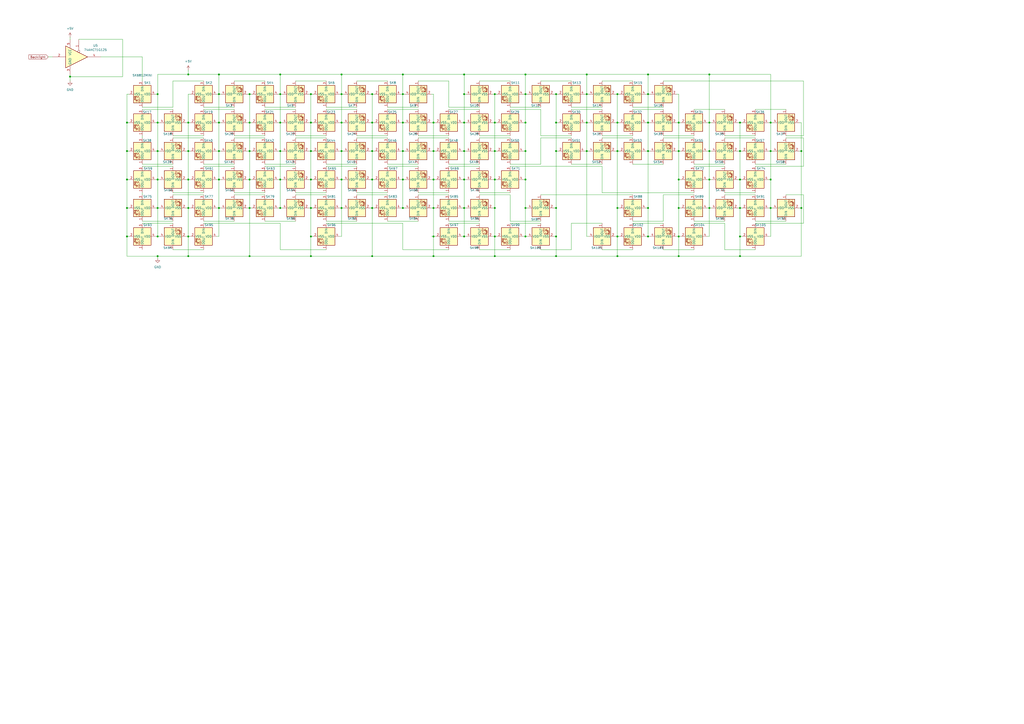
<source format=kicad_sch>
(kicad_sch (version 20250114) (generator "eeschema") (generator_version "9.0")
  (paper "A2")
  (junction (at 251.46 104.14))
  (junction (at 411.48 87.63))
  (junction (at 180.34 71.12))
  (junction (at 180.34 120.65))
  (junction (at 269.24 87.63))
  (junction (at 375.92 137.16))
  (junction (at 340.36 54.61))
  (junction (at 40.64 44.45))
  (junction (at 109.22 137.16))
  (junction (at 91.44 87.63))
  (junction (at 91.44 120.65))
  (junction (at 109.22 87.63))
  (junction (at 429.26 120.65))
  (junction (at 215.9 148.59))
  (junction (at 233.68 71.12))
  (junction (at 251.46 71.12))
  (junction (at 144.78 54.61))
  (junction (at 127 43.18))
  (junction (at 215.9 87.63))
  (junction (at 269.24 137.16))
  (junction (at 358.14 71.12))
  (junction (at 393.7 137.16))
  (junction (at 447.04 120.65))
  (junction (at 144.78 148.59))
  (junction (at 109.22 71.12))
  (junction (at 251.46 120.65))
  (junction (at 251.46 148.59))
  (junction (at 215.9 120.65))
  (junction (at 287.02 137.16))
  (junction (at 109.22 148.59))
  (junction (at 429.26 148.59))
  (junction (at 340.36 87.63))
  (junction (at 109.22 120.65))
  (junction (at 304.8 120.65))
  (junction (at 375.92 43.18))
  (junction (at 322.58 54.61))
  (junction (at 215.9 71.12))
  (junction (at 127 54.61))
  (junction (at 269.24 54.61))
  (junction (at 375.92 71.12))
  (junction (at 447.04 71.12))
  (junction (at 287.02 71.12))
  (junction (at 144.78 71.12))
  (junction (at 322.58 87.63))
  (junction (at 162.56 43.18))
  (junction (at 322.58 71.12))
  (junction (at 73.66 104.14))
  (junction (at 411.48 71.12))
  (junction (at 215.9 104.14))
  (junction (at 464.82 120.65))
  (junction (at 144.78 87.63))
  (junction (at 91.44 71.12))
  (junction (at 162.56 87.63))
  (junction (at 340.36 43.18))
  (junction (at 429.26 71.12))
  (junction (at 358.14 148.59))
  (junction (at 340.36 71.12))
  (junction (at 304.8 104.14))
  (junction (at 375.92 120.65))
  (junction (at 447.04 104.14))
  (junction (at 358.14 54.61))
  (junction (at 411.48 43.18))
  (junction (at 162.56 71.12))
  (junction (at 304.8 54.61))
  (junction (at 144.78 120.65))
  (junction (at 144.78 104.14))
  (junction (at 269.24 120.65))
  (junction (at 180.34 54.61))
  (junction (at 180.34 104.14))
  (junction (at 429.26 87.63))
  (junction (at 393.7 148.59))
  (junction (at 180.34 137.16))
  (junction (at 180.34 148.59))
  (junction (at 233.68 104.14))
  (junction (at 127 71.12))
  (junction (at 127 120.65))
  (junction (at 233.68 120.65))
  (junction (at 429.26 137.16))
  (junction (at 198.12 120.65))
  (junction (at 109.22 104.14))
  (junction (at 447.04 87.63))
  (junction (at 198.12 104.14))
  (junction (at 322.58 120.65))
  (junction (at 429.26 104.14))
  (junction (at 91.44 54.61))
  (junction (at 411.48 104.14))
  (junction (at 358.14 120.65))
  (junction (at 162.56 120.65))
  (junction (at 251.46 137.16))
  (junction (at 73.66 87.63))
  (junction (at 287.02 54.61))
  (junction (at 180.34 87.63))
  (junction (at 393.7 104.14))
  (junction (at 393.7 71.12))
  (junction (at 358.14 87.63))
  (junction (at 375.92 54.61))
  (junction (at 73.66 71.12))
  (junction (at 269.24 43.18))
  (junction (at 322.58 148.59))
  (junction (at 233.68 43.18))
  (junction (at 304.8 43.18))
  (junction (at 127 104.14))
  (junction (at 91.44 137.16))
  (junction (at 375.92 87.63))
  (junction (at 287.02 87.63))
  (junction (at 109.22 43.18))
  (junction (at 269.24 71.12))
  (junction (at 73.66 120.65))
  (junction (at 358.14 137.16))
  (junction (at 233.68 54.61))
  (junction (at 233.68 87.63))
  (junction (at 269.24 104.14))
  (junction (at 198.12 43.18))
  (junction (at 91.44 148.59))
  (junction (at 411.48 120.65))
  (junction (at 393.7 87.63))
  (junction (at 91.44 104.14))
  (junction (at 198.12 87.63))
  (junction (at 73.66 137.16))
  (junction (at 287.02 120.65))
  (junction (at 304.8 71.12))
  (junction (at 215.9 54.61))
  (junction (at 304.8 87.63))
  (junction (at 322.58 137.16))
  (junction (at 127 87.63))
  (junction (at 162.56 54.61))
  (junction (at 464.82 87.63))
  (junction (at 162.56 104.14))
  (junction (at 251.46 87.63))
  (junction (at 287.02 148.59))
  (junction (at 198.12 71.12))
  (junction (at 393.7 120.65))
  (junction (at 287.02 104.14))
  (junction (at 304.8 137.16))
  (junction (at 198.12 54.61))
  (wire (pts (xy 146.05 104.14) (xy 144.78 104.14)))
  (wire (pts (xy 304.8 104.14) (xy 304.8 120.65)))
  (wire (pts (xy 374.65 71.12) (xy 375.92 71.12)))
  (wire (pts (xy 146.05 71.12) (xy 144.78 71.12)))
  (wire (pts (xy 455.93 113.03) (xy 466.09 113.03)))
  (wire (pts (xy 90.17 87.63) (xy 91.44 87.63)))
  (wire (pts (xy 251.46 87.63) (xy 251.46 104.14)))
  (wire (pts (xy 287.02 54.61) (xy 287.02 71.12)))
  (wire (pts (xy 392.43 54.61) (xy 393.7 54.61)))
  (wire (pts (xy 267.97 137.16) (xy 269.24 137.16)))
  (wire (pts (xy 252.73 71.12) (xy 251.46 71.12)))
  (wire (pts (xy 73.66 120.65) (xy 74.93 120.65)))
  (wire (pts (xy 349.25 80.01) (xy 367.03 80.01)))
  (wire (pts (xy 91.44 104.14) (xy 91.44 87.63)))
  (wire (pts (xy 196.85 71.12) (xy 198.12 71.12)))
  (wire (pts (xy 349.25 111.76) (xy 402.59 111.76)))
  (wire (pts (xy 100.33 144.78) (xy 118.11 144.78)))
  (wire (pts (xy 420.37 111.76) (xy 438.15 111.76)))
  (wire (pts (xy 313.69 113.03) (xy 367.03 113.03)))
  (wire (pts (xy 73.66 120.65) (xy 73.66 137.16)))
  (wire (pts (xy 367.03 129.54) (xy 384.81 129.54)))
  (wire (pts (xy 144.78 104.14) (xy 144.78 120.65)))
  (wire (pts (xy 127 43.18) (xy 162.56 43.18)))
  (wire (pts (xy 359.41 87.63) (xy 358.14 87.63)))
  (wire (pts (xy 438.15 128.27) (xy 455.93 128.27)))
  (wire (pts (xy 109.22 148.59) (xy 144.78 148.59)))
  (wire (pts (xy 393.7 148.59) (xy 429.26 148.59)))
  (wire (pts (xy 100.33 62.23) (xy 100.33 46.99)))
  (wire (pts (xy 269.24 54.61) (xy 269.24 43.18)))
  (wire (pts (xy 411.48 104.14) (xy 411.48 120.65)))
  (wire (pts (xy 304.8 54.61) (xy 304.8 43.18)))
  (wire (pts (xy 295.91 128.27) (xy 313.69 128.27)))
  (wire (pts (xy 340.36 87.63) (xy 340.36 137.16)))
  (wire (pts (xy 313.69 78.74) (xy 313.69 63.5)))
  (wire (pts (xy 411.48 71.12) (xy 411.48 87.63)))
  (wire (pts (xy 144.78 71.12) (xy 144.78 87.63)))
  (wire (pts (xy 375.92 54.61) (xy 375.92 71.12)))
  (wire (pts (xy 260.35 63.5) (xy 278.13 63.5)))
  (wire (pts (xy 232.41 120.65) (xy 233.68 120.65)))
  (wire (pts (xy 189.23 96.52) (xy 207.01 96.52)))
  (wire (pts (xy 180.34 54.61) (xy 180.34 71.12)))
  (wire (pts (xy 73.66 148.59) (xy 91.44 148.59)))
  (wire (pts (xy 392.43 137.16) (xy 393.7 137.16)))
  (wire (pts (xy 269.24 71.12) (xy 269.24 87.63)))
  (wire (pts (xy 321.31 137.16) (xy 322.58 137.16)))
  (wire (pts (xy 340.36 71.12) (xy 341.63 71.12)))
  (wire (pts (xy 375.92 43.18) (xy 411.48 43.18)))
  (wire (pts (xy 214.63 87.63) (xy 215.9 87.63)))
  (wire (pts (xy 411.48 43.18) (xy 411.48 71.12)))
  (wire (pts (xy 107.95 87.63) (xy 109.22 87.63)))
  (wire (pts (xy 367.03 63.5) (xy 384.81 63.5)))
  (wire (pts (xy 323.85 71.12) (xy 322.58 71.12)))
  (wire (pts (xy 215.9 71.12) (xy 215.9 87.63)))
  (wire (pts (xy 107.95 120.65) (xy 109.22 120.65)))
  (wire (pts (xy 466.09 78.74) (xy 466.09 46.99)))
  (wire (pts (xy 358.14 148.59) (xy 393.7 148.59)))
  (wire (pts (xy 269.24 87.63) (xy 269.24 104.14)))
  (wire (pts (xy 313.69 46.99) (xy 331.47 46.99)))
  (wire (pts (xy 411.48 87.63) (xy 411.48 104.14)))
  (wire (pts (xy 127 104.14) (xy 127 120.65)))
  (wire (pts (xy 109.22 148.59) (xy 91.44 148.59)))
  (wire (pts (xy 287.02 71.12) (xy 287.02 87.63)))
  (wire (pts (xy 153.67 128.27) (xy 171.45 128.27)))
  (wire (pts (xy 313.69 63.5) (xy 295.91 63.5)))
  (wire (pts (xy 110.49 71.12) (xy 109.22 71.12)))
  (wire (pts (xy 110.49 54.61) (xy 109.22 54.61)))
  (wire (pts (xy 331.47 95.25) (xy 349.25 95.25)))
  (wire (pts (xy 109.22 71.12) (xy 109.22 87.63)))
  (wire (pts (xy 285.75 87.63) (xy 287.02 87.63)))
  (wire (pts (xy 278.13 46.99) (xy 295.91 46.99)))
  (wire (pts (xy 411.48 71.12) (xy 412.75 71.12)))
  (wire (pts (xy 384.81 128.27) (xy 384.81 113.03)))
  (wire (pts (xy 393.7 104.14) (xy 393.7 120.65)))
  (wire (pts (xy 251.46 104.14) (xy 251.46 120.65)))
  (wire (pts (xy 285.75 104.14) (xy 287.02 104.14)))
  (wire (pts (xy 91.44 149.86) (xy 91.44 148.59)))
  (wire (pts (xy 135.89 78.74) (xy 153.67 78.74)))
  (wire (pts (xy 250.19 87.63) (xy 251.46 87.63)))
  (wire (pts (xy 180.34 87.63) (xy 180.34 104.14)))
  (wire (pts (xy 445.77 120.65) (xy 447.04 120.65)))
  (wire (pts (xy 127 54.61) (xy 127 71.12)))
  (wire (pts (xy 445.77 137.16) (xy 447.04 137.16)))
  (wire (pts (xy 375.92 120.65) (xy 375.92 137.16)))
  (wire (pts (xy 429.26 148.59) (xy 464.82 148.59)))
  (wire (pts (xy 109.22 120.65) (xy 109.22 137.16)))
  (wire (pts (xy 110.49 137.16) (xy 109.22 137.16)))
  (wire (pts (xy 73.66 71.12) (xy 73.66 87.63)))
  (wire (pts (xy 251.46 148.59) (xy 287.02 148.59)))
  (wire (pts (xy 250.19 137.16) (xy 251.46 137.16)))
  (wire (pts (xy 430.53 71.12) (xy 429.26 71.12)))
  (wire (pts (xy 179.07 104.14) (xy 180.34 104.14)))
  (wire (pts (xy 242.57 113.03) (xy 260.35 113.03)))
  (wire (pts (xy 252.73 120.65) (xy 251.46 120.65)))
  (wire (pts (xy 251.46 120.65) (xy 251.46 137.16)))
  (wire (pts (xy 384.81 78.74) (xy 402.59 78.74)))
  (wire (pts (xy 162.56 54.61) (xy 162.56 43.18)))
  (wire (pts (xy 233.68 120.65) (xy 234.95 120.65)))
  (wire (pts (xy 198.12 120.65) (xy 198.12 137.16)))
  (wire (pts (xy 349.25 96.52) (xy 349.25 111.76)))
  (wire (pts (xy 269.24 120.65) (xy 269.24 137.16)))
  (wire (pts (xy 331.47 144.78) (xy 331.47 129.54)))
  (wire (pts (xy 153.67 96.52) (xy 171.45 96.52)))
  (wire (pts (xy 215.9 87.63) (xy 215.9 104.14)))
  (wire (pts (xy 242.57 80.01) (xy 260.35 80.01)))
  (wire (pts (xy 410.21 71.12) (xy 411.48 71.12)))
  (wire (pts (xy 429.26 120.65) (xy 429.26 137.16)))
  (wire (pts (xy 180.34 137.16) (xy 180.34 148.59)))
  (wire (pts (xy 198.12 87.63) (xy 198.12 104.14)))
  (wire (pts (xy 375.92 54.61) (xy 375.92 43.18)))
  (wire (pts (xy 198.12 104.14) (xy 198.12 120.65)))
  (wire (pts (xy 393.7 120.65) (xy 393.7 137.16)))
  (wire (pts (xy 233.68 129.54) (xy 189.23 129.54)))
  (wire (pts (xy 181.61 120.65) (xy 180.34 120.65)))
  (wire (pts (xy 82.55 129.54) (xy 100.33 129.54)))
  (wire (pts (xy 214.63 71.12) (xy 215.9 71.12)))
  (wire (pts (xy 109.22 43.18) (xy 127 43.18)))
  (wire (pts (xy 179.07 54.61) (xy 180.34 54.61)))
  (wire (pts (xy 181.61 87.63) (xy 180.34 87.63)))
  (wire (pts (xy 171.45 46.99) (xy 189.23 46.99)))
  (wire (pts (xy 288.29 137.16) (xy 287.02 137.16)))
  (wire (pts (xy 285.75 120.65) (xy 287.02 120.65)))
  (wire (pts (xy 162.56 71.12) (xy 163.83 71.12)))
  (wire (pts (xy 322.58 71.12) (xy 322.58 87.63)))
  (wire (pts (xy 278.13 113.03) (xy 295.91 113.03)))
  (wire (pts (xy 90.17 120.65) (xy 91.44 120.65)))
  (wire (pts (xy 464.82 87.63) (xy 464.82 120.65)))
  (wire (pts (xy 374.65 120.65) (xy 375.92 120.65)))
  (wire (pts (xy 252.73 87.63) (xy 251.46 87.63)))
  (wire (pts (xy 198.12 54.61) (xy 198.12 71.12)))
  (wire (pts (xy 410.21 137.16) (xy 411.48 137.16)))
  (wire (pts (xy 118.11 62.23) (xy 135.89 62.23)))
  (wire (pts (xy 90.17 104.14) (xy 91.44 104.14)))
  (wire (pts (xy 207.01 113.03) (xy 224.79 113.03)))
  (wire (pts (xy 215.9 54.61) (xy 215.9 71.12)))
  (wire (pts (xy 180.34 148.59) (xy 215.9 148.59)))
  (wire (pts (xy 118.11 128.27) (xy 135.89 128.27)))
  (wire (pts (xy 91.44 71.12) (xy 92.71 71.12)))
  (wire (pts (xy 402.59 63.5) (xy 420.37 63.5)))
  (wire (pts (xy 463.55 71.12) (xy 464.82 71.12)))
  (wire (pts (xy 125.73 120.65) (xy 127 120.65)))
  (wire (pts (xy 162.56 129.54) (xy 118.11 129.54)))
  (wire (pts (xy 179.07 120.65) (xy 180.34 120.65)))
  (wire (pts (xy 162.56 104.14) (xy 162.56 120.65)))
  (wire (pts (xy 322.58 120.65) (xy 322.58 137.16)))
  (wire (pts (xy 438.15 63.5) (xy 455.93 63.5)))
  (wire (pts (xy 321.31 120.65) (xy 322.58 120.65)))
  (wire (pts (xy 278.13 111.76) (xy 295.91 111.76)))
  (wire (pts (xy 143.51 87.63) (xy 144.78 87.63)))
  (wire (pts (xy 189.23 63.5) (xy 207.01 63.5)))
  (wire (pts (xy 73.66 54.61) (xy 74.93 54.61)))
  (wire (pts (xy 295.91 113.03) (xy 295.91 128.27)))
  (wire (pts (xy 224.79 63.5) (xy 242.57 63.5)))
  (wire (pts (xy 233.68 43.18) (xy 269.24 43.18)))
  (wire (pts (xy 162.56 54.61) (xy 162.56 71.12)))
  (wire (pts (xy 287.02 137.16) (xy 287.02 148.59)))
  (wire (pts (xy 340.36 54.61) (xy 340.36 43.18)))
  (wire (pts (xy 146.05 54.61) (xy 144.78 54.61)))
  (wire (pts (xy 287.02 87.63) (xy 287.02 104.14)))
  (wire (pts (xy 287.02 120.65) (xy 287.02 137.16)))
  (wire (pts (xy 430.53 137.16) (xy 429.26 137.16)))
  (wire (pts (xy 375.92 137.16) (xy 377.19 137.16)))
  (wire (pts (xy 233.68 87.63) (xy 233.68 104.14)))
  (wire (pts (xy 217.17 71.12) (xy 215.9 71.12)))
  (wire (pts (xy 100.33 78.74) (xy 118.11 78.74)))
  (wire (pts (xy 303.53 104.14) (xy 304.8 104.14)))
  (wire (pts (xy 420.37 80.01) (xy 438.15 80.01)))
  (wire (pts (xy 153.67 95.25) (xy 171.45 95.25)))
  (wire (pts (xy 430.53 120.65) (xy 429.26 120.65)))
  (wire (pts (xy 189.23 62.23) (xy 207.01 62.23)))
  (wire (pts (xy 427.99 71.12) (xy 429.26 71.12)))
  (wire (pts (xy 303.53 137.16) (xy 304.8 137.16)))
  (wire (pts (xy 260.35 95.25) (xy 278.13 95.25)))
  (wire (pts (xy 207.01 111.76) (xy 224.79 111.76)))
  (wire (pts (xy 278.13 78.74) (xy 295.91 78.74)))
  (wire (pts (xy 242.57 111.76) (xy 260.35 111.76)))
  (wire (pts (xy 198.12 120.65) (xy 199.39 120.65)))
  (wire (pts (xy 313.69 80.01) (xy 331.47 80.01)))
  (wire (pts (xy 179.07 71.12) (xy 180.34 71.12)))
  (wire (pts (xy 91.44 71.12) (xy 91.44 54.61)))
  (wire (pts (xy 198.12 54.61) (xy 198.12 43.18)))
  (wire (pts (xy 215.9 120.65) (xy 215.9 148.59)))
  (wire (pts (xy 285.75 71.12) (xy 287.02 71.12)))
  (wire (pts (xy 232.41 104.14) (xy 233.68 104.14)))
  (wire (pts (xy 144.78 148.59) (xy 180.34 148.59)))
  (wire (pts (xy 339.09 87.63) (xy 340.36 87.63)))
  (wire (pts (xy 463.55 120.65) (xy 464.82 120.65)))
  (wire (pts (xy 135.89 80.01) (xy 153.67 80.01)))
  (wire (pts (xy 420.37 144.78) (xy 438.15 144.78)))
  (wire (pts (xy 430.53 104.14) (xy 429.26 104.14)))
  (wire (pts (xy 82.55 63.5) (xy 100.33 63.5)))
  (wire (pts (xy 427.99 87.63) (xy 429.26 87.63)))
  (wire (pts (xy 251.46 54.61) (xy 251.46 71.12)))
  (wire (pts (xy 242.57 78.74) (xy 260.35 78.74)))
  (wire (pts (xy 162.56 120.65) (xy 163.83 120.65)))
  (wire (pts (xy 359.41 54.61) (xy 358.14 54.61)))
  (wire (pts (xy 322.58 54.61) (xy 322.58 71.12)))
  (wire (pts (xy 233.68 104.14) (xy 234.95 104.14)))
  (wire (pts (xy 358.14 87.63) (xy 358.14 120.65)))
  (wire (pts (xy 144.78 87.63) (xy 144.78 104.14)))
  (wire (pts (xy 198.12 87.63) (xy 199.39 87.63)))
  (wire (pts (xy 250.19 54.61) (xy 251.46 54.61)))
  (wire (pts (xy 217.17 87.63) (xy 215.9 87.63)))
  (wire (pts (xy 73.66 71.12) (xy 74.93 71.12)))
  (wire (pts (xy 447.04 104.14) (xy 447.04 120.65)))
  (wire (pts (xy 91.44 120.65) (xy 92.71 120.65)))
  (wire (pts (xy 464.82 120.65) (xy 464.82 148.59)))
  (wire (pts (xy 127 87.63) (xy 127 104.14)))
  (wire (pts (xy 392.43 87.63) (xy 393.7 87.63)))
  (wire (pts (xy 394.97 120.65) (xy 393.7 120.65)))
  (wire (pts (xy 429.26 137.16) (xy 429.26 148.59)))
  (wire (pts (xy 260.35 128.27) (xy 278.13 128.27)))
  (wire (pts (xy 285.75 137.16) (xy 287.02 137.16)))
  (wire (pts (xy 269.24 71.12) (xy 270.51 71.12)))
  (wire (pts (xy 100.33 46.99) (xy 118.11 46.99)))
  (wire (pts (xy 215.9 148.59) (xy 251.46 148.59)))
  (wire (pts (xy 420.37 129.54) (xy 420.37 144.78)))
  (wire (pts (xy 349.25 144.78) (xy 367.03 144.78)))
  (wire (pts (xy 127 54.61) (xy 128.27 54.61)))
  (wire (pts (xy 127 71.12) (xy 128.27 71.12)))
  (wire (pts (xy 340.36 54.61) (xy 341.63 54.61)))
  (wire (pts (xy 189.23 128.27) (xy 207.01 128.27)))
  (wire (pts (xy 384.81 113.03) (xy 402.59 113.03)))
  (wire (pts (xy 161.29 54.61) (xy 162.56 54.61)))
  (wire (pts (xy 90.17 71.12) (xy 91.44 71.12)))
  (wire (pts (xy 278.13 80.01) (xy 295.91 80.01)))
  (wire (pts (xy 313.69 78.74) (xy 331.47 78.74)))
  (wire (pts (xy 313.69 80.01) (xy 313.69 95.25)))
  (wire (pts (xy 466.09 129.54) (xy 438.15 129.54)))
  (wire (pts (xy 356.87 54.61) (xy 358.14 54.61)))
  (wire (pts (xy 224.79 96.52) (xy 242.57 96.52)))
  (wire (pts (xy 392.43 71.12) (xy 393.7 71.12)))
  (wire (pts (xy 146.05 87.63) (xy 144.78 87.63)))
  (wire (pts (xy 144.78 120.65) (xy 144.78 148.59)))
  (wire (pts (xy 135.89 46.99) (xy 153.67 46.99)))
  (wire (pts (xy 82.55 96.52) (xy 100.33 96.52)))
  (wire (pts (xy 356.87 87.63) (xy 358.14 87.63)))
  (wire (pts (xy 58.42 33.02) (xy 82.55 33.02)))
  (wire (pts (xy 73.66 54.61) (xy 73.66 71.12)))
  (wire (pts (xy 340.36 43.18) (xy 375.92 43.18)))
  (wire (pts (xy 375.92 71.12) (xy 375.92 87.63)))
  (wire (pts (xy 125.73 87.63) (xy 127 87.63)))
  (wire (pts (xy 393.7 54.61) (xy 393.7 71.12)))
  (wire (pts (xy 171.45 111.76) (xy 189.23 111.76)))
  (wire (pts (xy 82.55 128.27) (xy 100.33 128.27)))
  (wire (pts (xy 196.85 137.16) (xy 198.12 137.16)))
  (wire (pts (xy 161.29 71.12) (xy 162.56 71.12)))
  (wire (pts (xy 40.64 43.18) (xy 40.64 44.45)))
  (wire (pts (xy 260.35 96.52) (xy 278.13 96.52)))
  (wire (pts (xy 73.66 104.14) (xy 73.66 120.65)))
  (wire (pts (xy 233.68 144.78) (xy 233.68 129.54)))
  (wire (pts (xy 196.85 87.63) (xy 198.12 87.63)))
  (wire (pts (xy 73.66 137.16) (xy 74.93 137.16)))
  (wire (pts (xy 304.8 43.18) (xy 340.36 43.18)))
  (wire (pts (xy 455.93 80.01) (xy 466.09 80.01)))
  (wire (pts (xy 466.09 80.01) (xy 466.09 96.52)))
  (wire (pts (xy 91.44 137.16) (xy 92.71 137.16)))
  (wire (pts (xy 304.8 87.63) (xy 304.8 104.14)))
  (wire (pts (xy 127 71.12) (xy 127 87.63)))
  (wire (pts (xy 73.66 104.14) (xy 74.93 104.14)))
  (wire (pts (xy 322.58 148.59) (xy 358.14 148.59)))
  (wire (pts (xy 162.56 87.63) (xy 163.83 87.63)))
  (wire (pts (xy 214.63 120.65) (xy 215.9 120.65)))
  (wire (pts (xy 267.97 71.12) (xy 269.24 71.12)))
  (wire (pts (xy 135.89 113.03) (xy 153.67 113.03)))
  (wire (pts (xy 180.34 104.14) (xy 180.34 120.65)))
  (wire (pts (xy 375.92 87.63) (xy 375.92 120.65)))
  (wire (pts (xy 295.91 96.52) (xy 349.25 96.52)))
  (wire (pts (xy 303.53 54.61) (xy 304.8 54.61)))
  (wire (pts (xy 109.22 40.64) (xy 109.22 43.18)))
  (wire (pts (xy 356.87 71.12) (xy 358.14 71.12)))
  (wire (pts (xy 125.73 104.14) (xy 127 104.14)))
  (wire (pts (xy 394.97 104.14) (xy 393.7 104.14)))
  (wire (pts (xy 445.77 104.14) (xy 447.04 104.14)))
  (wire (pts (xy 427.99 120.65) (xy 429.26 120.65)))
  (wire (pts (xy 171.45 80.01) (xy 189.23 80.01)))
  (wire (pts (xy 374.65 87.63) (xy 375.92 87.63)))
  (wire (pts (xy 393.7 87.63) (xy 393.7 104.14)))
  (wire (pts (xy 323.85 54.61) (xy 322.58 54.61)))
  (wire (pts (xy 118.11 63.5) (xy 135.89 63.5)))
  (wire (pts (xy 287.02 104.14) (xy 287.02 120.65)))
  (wire (pts (xy 322.58 87.63) (xy 322.58 120.65)))
  (wire (pts (xy 196.85 120.65) (xy 198.12 120.65)))
  (wire (pts (xy 349.25 46.99) (xy 367.03 46.99)))
  (wire (pts (xy 109.22 104.14) (xy 109.22 120.65)))
  (wire (pts (xy 260.35 62.23) (xy 260.35 46.99)))
  (wire (pts (xy 162.56 144.78) (xy 162.56 129.54)))
  (wire (pts (xy 445.77 71.12) (xy 447.04 71.12)))
  (wire (pts (xy 233.68 104.14) (xy 233.68 120.65)))
  (wire (pts (xy 196.85 54.61) (xy 198.12 54.61)))
  (wire (pts (xy 107.95 104.14) (xy 109.22 104.14)))
  (wire (pts (xy 322.58 137.16) (xy 322.58 148.59)))
  (wire (pts (xy 447.04 120.65) (xy 447.04 137.16)))
  (wire (pts (xy 73.66 148.59) (xy 73.66 137.16)))
  (wire (pts (xy 260.35 144.78) (xy 233.68 144.78)))
  (wire (pts (xy 125.73 137.16) (xy 127 137.16)))
  (wire (pts (xy 127 54.61) (xy 127 43.18)))
  (wire (pts (xy 288.29 71.12) (xy 287.02 71.12)))
  (wire (pts (xy 429.26 87.63) (xy 429.26 104.14)))
  (wire (pts (xy 153.67 63.5) (xy 171.45 63.5)))
  (wire (pts (xy 180.34 71.12) (xy 180.34 87.63)))
  (wire (pts (xy 232.41 71.12) (xy 233.68 71.12)))
  (wire (pts (xy 198.12 71.12) (xy 199.39 71.12)))
  (wire (pts (xy 285.75 54.61) (xy 287.02 54.61)))
  (wire (pts (xy 233.68 71.12) (xy 233.68 87.63)))
  (wire (pts (xy 71.12 44.45) (xy 40.64 44.45)))
  (wire (pts (xy 179.07 87.63) (xy 180.34 87.63)))
  (wire (pts (xy 394.97 137.16) (xy 393.7 137.16)))
  (wire (pts (xy 384.81 46.99) (xy 466.09 46.99)))
  (wire (pts (xy 224.79 95.25) (xy 242.57 95.25)))
  (wire (pts (xy 304.8 137.16) (xy 306.07 137.16)))
  (wire (pts (xy 402.59 129.54) (xy 420.37 129.54)))
  (wire (pts (xy 143.51 120.65) (xy 144.78 120.65)))
  (wire (pts (xy 82.55 33.02) (xy 82.55 46.99)))
  (wire (pts (xy 233.68 54.61) (xy 233.68 71.12)))
  (wire (pts (xy 267.97 87.63) (xy 269.24 87.63)))
  (wire (pts (xy 359.41 120.65) (xy 358.14 120.65)))
  (wire (pts (xy 447.04 71.12) (xy 447.04 87.63)))
  (wire (pts (xy 196.85 104.14) (xy 198.12 104.14)))
  (wire (pts (xy 402.59 128.27) (xy 420.37 128.27)))
  (wire (pts (xy 71.12 22.86) (xy 71.12 44.45)))
  (wire (pts (xy 250.19 120.65) (xy 251.46 120.65)))
  (wire (pts (xy 358.14 54.61) (xy 358.14 71.12)))
  (wire (pts (xy 109.22 54.61) (xy 109.22 71.12)))
  (wire (pts (xy 73.66 87.63) (xy 73.66 104.14)))
  (wire (pts (xy 288.29 87.63) (xy 287.02 87.63)))
  (wire (pts (xy 45.72 22.86) (xy 71.12 22.86)))
  (wire (pts (xy 214.63 104.14) (xy 215.9 104.14)))
  (wire (pts (xy 207.01 80.01) (xy 224.79 80.01)))
  (wire (pts (xy 304.8 54.61) (xy 304.8 71.12)))
  (wire (pts (xy 250.19 104.14) (xy 251.46 104.14)))
  (wire (pts (xy 340.36 137.16) (xy 341.63 137.16)))
  (wire (pts (xy 91.44 137.16) (xy 91.44 120.65)))
  (wire (pts (xy 420.37 113.03) (xy 438.15 113.03)))
  (wire (pts (xy 267.97 104.14) (xy 269.24 104.14)))
  (wire (pts (xy 349.25 78.74) (xy 367.03 78.74)))
  (wire (pts (xy 303.53 87.63) (xy 304.8 87.63)))
  (wire (pts (xy 410.21 87.63) (xy 411.48 87.63)))
  (wire (pts (xy 429.26 71.12) (xy 429.26 87.63)))
  (wire (pts (xy 233.68 71.12) (xy 234.95 71.12)))
  (wire (pts (xy 339.09 71.12) (xy 340.36 71.12)))
  (wire (pts (xy 269.24 137.16) (xy 270.51 137.16)))
  (wire (pts (xy 242.57 46.99) (xy 260.35 46.99)))
  (wire (pts (xy 420.37 78.74) (xy 438.15 78.74)))
  (wire (pts (xy 252.73 104.14) (xy 251.46 104.14)))
  (wire (pts (xy 233.68 54.61) (xy 234.95 54.61)))
  (wire (pts (xy 295.91 129.54) (xy 313.69 129.54)))
  (wire (pts (xy 447.04 120.65) (xy 448.31 120.65)))
  (wire (pts (xy 189.23 144.78) (xy 162.56 144.78)))
  (wire (pts (xy 233.68 54.61) (xy 233.68 43.18)))
  (wire (pts (xy 91.44 54.61) (xy 90.17 54.61)))
  (wire (pts (xy 304.8 120.65) (xy 306.07 120.65)))
  (wire (pts (xy 367.03 128.27) (xy 384.81 128.27)))
  (wire (pts (xy 118.11 96.52) (xy 135.89 96.52)))
  (wire (pts (xy 278.13 144.78) (xy 295.91 144.78)))
  (wire (pts (xy 411.48 87.63) (xy 412.75 87.63)))
  (wire (pts (xy 143.51 71.12) (xy 144.78 71.12)))
  (wire (pts (xy 162.56 54.61) (xy 163.83 54.61)))
  (wire (pts (xy 410.21 104.14) (xy 411.48 104.14)))
  (wire (pts (xy 217.17 104.14) (xy 215.9 104.14)))
  (wire (pts (xy 161.29 87.63) (xy 162.56 87.63)))
  (wire (pts (xy 198.12 43.18) (xy 233.68 43.18)))
  (wire (pts (xy 374.65 54.61) (xy 375.92 54.61)))
  (wire (pts (xy 251.46 137.16) (xy 251.46 148.59)))
  (wire (pts (xy 313.69 144.78) (xy 331.47 144.78)))
  (wire (pts (xy 143.51 54.61) (xy 144.78 54.61)))
  (wire (pts (xy 127 87.63) (xy 128.27 87.63)))
  (wire (pts (xy 146.05 120.65) (xy 144.78 120.65)))
  (wire (pts (xy 100.33 113.03) (xy 118.11 113.03)))
  (wire (pts (xy 367.03 62.23) (xy 384.81 62.23)))
  (wire (pts (xy 232.41 54.61) (xy 233.68 54.61)))
  (wire (pts (xy 214.63 54.61) (xy 215.9 54.61)))
  (wire (pts (xy 331.47 62.23) (xy 349.25 62.23)))
  (wire (pts (xy 189.23 95.25) (xy 207.01 95.25)))
  (wire (pts (xy 181.61 104.14) (xy 180.34 104.14)))
  (wire (pts (xy 411.48 43.18) (xy 447.04 43.18)))
  (wire (pts (xy 82.55 111.76) (xy 82.55 113.03)))
  (wire (pts (xy 198.12 104.14) (xy 199.39 104.14)))
  (wire (pts (xy 359.41 137.16) (xy 358.14 137.16)))
  (wire (pts (xy 224.79 62.23) (xy 242.57 62.23)))
  (wire (pts (xy 91.44 120.65) (xy 91.44 104.14)))
  (wire (pts (xy 91.44 87.63) (xy 91.44 71.12)))
  (wire (pts (xy 162.56 104.14) (xy 163.83 104.14)))
  (wire (pts (xy 73.66 87.63) (xy 74.93 87.63)))
  (wire (pts (xy 118.11 95.25) (xy 135.89 95.25)))
  (wire (pts (xy 82.55 78.74) (xy 82.55 80.01)))
  (wire (pts (xy 252.73 137.16) (xy 251.46 137.16)))
  (wire (pts (xy 127 104.14) (xy 128.27 104.14)))
  (wire (pts (xy 374.65 137.16) (xy 375.92 137.16)))
  (wire (pts (xy 125.73 54.61) (xy 127 54.61)))
  (wire (pts (xy 375.92 87.63) (xy 377.19 87.63)))
  (wire (pts (xy 411.48 120.65) (xy 412.75 120.65)))
  (wire (pts (xy 464.82 71.12) (xy 464.82 87.63)))
  (wire (pts (xy 402.59 95.25) (xy 420.37 95.25)))
  (wire (pts (xy 153.67 62.23) (xy 171.45 62.23)))
  (wire (pts (xy 40.64 21.59) (xy 40.64 22.86)))
  (wire (pts (xy 410.21 120.65) (xy 411.48 120.65)))
  (wire (pts (xy 180.34 120.65) (xy 180.34 137.16)))
  (wire (pts (xy 304.8 71.12) (xy 304.8 87.63)))
  (wire (pts (xy 100.33 80.01) (xy 118.11 80.01)))
  (wire (pts (xy 127 120.65) (xy 127 137.16)))
  (wire (pts (xy 109.22 137.16) (xy 109.22 148.59)))
  (wire (pts (xy 207.01 46.99) (xy 224.79 46.99)))
  (wire (pts (xy 384.81 144.78) (xy 402.59 144.78)))
  (wire (pts (xy 250.19 71.12) (xy 251.46 71.12)))
  (wire (pts (xy 161.29 120.65) (xy 162.56 120.65)))
  (wire (pts (xy 91.44 43.18) (xy 91.44 54.61)))
  (wire (pts (xy 356.87 137.16) (xy 358.14 137.16)))
  (wire (pts (xy 288.29 54.61) (xy 287.02 54.61)))
  (wire (pts (xy 455.93 78.74) (xy 466.09 78.74)))
  (wire (pts (xy 304.8 54.61) (xy 306.07 54.61)))
  (wire (pts (xy 162.56 43.18) (xy 198.12 43.18)))
  (wire (pts (xy 127 120.65) (xy 128.27 120.65)))
  (wire (pts (xy 260.35 129.54) (xy 278.13 129.54)))
  (wire (pts (xy 393.7 71.12) (xy 393.7 87.63)))
  (wire (pts (xy 375.92 54.61) (xy 377.19 54.61)))
  (wire (pts (xy 40.64 46.99) (xy 40.64 44.45)))
  (wire (pts (xy 109.22 87.63) (xy 109.22 104.14)))
  (wire (pts (xy 331.47 129.54) (xy 349.25 129.54)))
  (wire (pts (xy 430.53 87.63) (xy 429.26 87.63)))
  (wire (pts (xy 224.79 128.27) (xy 242.57 128.27)))
  (wire (pts (xy 162.56 71.12) (xy 162.56 87.63)))
  (wire (pts (xy 269.24 120.65) (xy 270.51 120.65)))
  (wire (pts (xy 438.15 95.25) (xy 455.93 95.25)))
  (wire (pts (xy 339.09 54.61) (xy 340.36 54.61)))
  (wire (pts (xy 269.24 87.63) (xy 270.51 87.63)))
  (wire (pts (xy 91.44 87.63) (xy 92.71 87.63)))
  (wire (pts (xy 82.55 62.23) (xy 100.33 62.23)))
  (wire (pts (xy 207.01 78.74) (xy 224.79 78.74)))
  (wire (pts (xy 269.24 54.61) (xy 270.51 54.61)))
  (wire (pts (xy 411.48 104.14) (xy 412.75 104.14)))
  (wire (pts (xy 269.24 54.61) (xy 269.24 71.12)))
  (wire (pts (xy 447.04 87.63) (xy 447.04 104.14)))
  (wire (pts (xy 181.61 54.61) (xy 180.34 54.61)))
  (wire (pts (xy 466.09 113.03) (xy 466.09 129.54)))
  (wire (pts (xy 429.26 104.14) (xy 429.26 120.65)))
  (wire (pts (xy 394.97 87.63) (xy 393.7 87.63)))
  (wire (pts (xy 384.81 80.01) (xy 402.59 80.01)))
  (wire (pts (xy 181.61 137.16) (xy 180.34 137.16)))
  (wire (pts (xy 303.53 71.12) (xy 304.8 71.12)))
  (wire (pts (xy 295.91 62.23) (xy 313.69 62.23)))
  (wire (pts (xy 110.49 104.14) (xy 109.22 104.14)))
  (wire (pts (xy 181.61 71.12) (xy 180.34 71.12)))
  (wire (pts (xy 445.77 87.63) (xy 447.04 87.63)))
  (wire (pts (xy 393.7 137.16) (xy 393.7 148.59)))
  (wire (pts (xy 288.29 104.14) (xy 287.02 104.14)))
  (wire (pts (xy 267.97 120.65) (xy 269.24 120.65)))
  (wire (pts (xy 90.17 137.16) (xy 91.44 137.16)))
  (wire (pts (xy 367.03 95.25) (xy 384.81 95.25)))
  (wire (pts (xy 110.49 120.65) (xy 109.22 120.65)))
  (wire (pts (xy 27.94 33.02) (xy 30.48 33.02)))
  (wire (pts (xy 340.36 71.12) (xy 340.36 87.63)))
  (wire (pts (xy 232.41 87.63) (xy 233.68 87.63)))
  (wire (pts (xy 91.44 43.18) (xy 109.22 43.18)))
  (wire (pts (xy 100.33 111.76) (xy 118.11 111.76)))
  (wire (pts (xy 358.14 137.16) (xy 358.14 148.59)))
  (wire (pts (xy 143.51 104.14) (xy 144.78 104.14)))
  (wire (pts (xy 82.55 95.25) (xy 100.33 95.25)))
  (wire (pts (xy 269.24 104.14) (xy 270.51 104.14)))
  (wire (pts (xy 269.24 104.14) (xy 269.24 120.65)))
  (wire (pts (xy 340.36 87.63) (xy 341.63 87.63)))
  (wire (pts (xy 447.04 71.12) (xy 448.31 71.12)))
  (wire (pts (xy 321.31 54.61) (xy 322.58 54.61)))
  (wire (pts (xy 107.95 137.16) (xy 109.22 137.16)))
  (wire (pts (xy 198.12 54.61) (xy 199.39 54.61)))
  (wire (pts (xy 269.24 43.18) (xy 304.8 43.18)))
  (wire (pts (xy 359.41 71.12) (xy 358.14 71.12)))
  (wire (pts (xy 107.95 71.12) (xy 109.22 71.12)))
  (wire (pts (xy 295.91 95.25) (xy 313.69 95.25)))
  (wire (pts (xy 233.68 87.63) (xy 234.95 87.63)))
  (wire (pts (xy 466.09 96.52) (xy 438.15 96.52)))
  (wire (pts (xy 304.8 120.65) (xy 304.8 137.16)))
  (wire (pts (xy 340.36 54.61) (xy 340.36 71.12)))
  (wire (pts (xy 323.85 87.63) (xy 322.58 87.63)))
  (wire (pts (xy 171.45 78.74) (xy 189.23 78.74)))
  (wire (pts (xy 161.29 104.14) (xy 162.56 104.14)))
  (wire (pts (xy 251.46 71.12) (xy 251.46 87.63)))
  (wire (pts (xy 217.17 54.61) (xy 215.9 54.61)))
  (wire (pts (xy 135.89 111.76) (xy 153.67 111.76)))
  (wire (pts (xy 358.14 71.12) (xy 358.14 87.63)))
  (wire (pts (xy 463.55 87.63) (xy 464.82 87.63)))
  (wire (pts (xy 217.17 120.65) (xy 215.9 120.65)))
  (wire (pts (xy 427.99 104.14) (xy 429.26 104.14)))
  (wire (pts (xy 287.02 148.59) (xy 322.58 148.59)))
  (wire (pts (xy 394.97 71.12) (xy 393.7 71.12)))
  (wire (pts (xy 110.49 87.63) (xy 109.22 87.63)))
  (wire (pts (xy 447.04 43.18) (xy 447.04 71.12)))
  (wire (pts (xy 278.13 62.23) (xy 260.35 62.23)))
  (wire (pts (xy 198.12 71.12) (xy 198.12 87.63)))
  (wire (pts (xy 411.48 120.65) (xy 411.48 137.16)))
  (wire (pts (xy 162.56 87.63) (xy 162.56 104.14)))
  (wire (pts (xy 91.44 104.14) (xy 92.71 104.14)))
  (wire (pts (xy 171.45 113.03) (xy 189.23 113.03)))
  (wire (pts (xy 375.92 71.12) (xy 377.19 71.12)))
  (wire (pts (xy 447.04 87.63) (xy 448.31 87.63)))
  (wire (pts (xy 215.9 104.14) (xy 215.9 120.65)))
  (wire (pts (xy 358.14 120.65) (xy 358.14 137.16)))
  (wire (pts (xy 331.47 63.5) (xy 349.25 63.5)))
  (wire (pts (xy 144.78 54.61) (xy 144.78 71.12)))
  (wire (pts (xy 125.73 71.12) (xy 127 71.12)))
  (wire (pts (xy 402.59 96.52) (xy 420.37 96.52)))
  (global_label "Backlight" (shape input) (at 27.94 33.02 180) (property "Intersheetrefs" "${INTERSHEET_REFS}" (effects (hide yes))))
  (symbol (lib_id "LED:SK6812MINI") (at 455.93 71.12 90) (unit 1)
    (property "Reference" "SK37" (at 452.882 77.724 90))
    (property "Value" "SK6812MINI" (effects (hide yes)))
    (property "Footprint" "Keebio-Parts:SK6812-MINI-E" (effects (hide yes)))
    (property "Datasheet" "https://cdn-shop.adafruit.com/product-files/2686/SK6812MINI_REV.01-1-2.pdf" (effects (hide yes)))
    (property "Description" "RGB LED with integrated controller" (effects (hide yes)))
  )
  (symbol (lib_id "LED:SK6812MINI") (at 420.37 71.12 90) (unit 1)
    (property "Reference" "SK35" (at 417.322 77.724 90))
    (property "Value" "SK6812MINI" (effects (hide yes)))
    (property "Footprint" "Keebio-Parts:SK6812-MINI-E" (effects (hide yes)))
    (property "Datasheet" "https://cdn-shop.adafruit.com/product-files/2686/SK6812MINI_REV.01-1-2.pdf" (effects (hide yes)))
    (property "Description" "RGB LED with integrated controller" (effects (hide yes)))
  )
  (symbol (lib_id "LED:SK6812MINI") (at 420.37 104.14 90) (unit 1)
    (property "Reference" "SK73" (at 417.576 110.236 90))
    (property "Value" "SK6812MINI" (effects (hide yes)))
    (property "Footprint" "Keebio-Parts:SK6812-MINI-E" (effects (hide yes)))
    (property "Datasheet" "https://cdn-shop.adafruit.com/product-files/2686/SK6812MINI_REV.01-1-2.pdf" (effects (hide yes)))
    (property "Description" "RGB LED with integrated controller" (effects (hide yes)))
  )
  (symbol (lib_id "LED:SK6812MINI") (at 224.79 104.14 270) (unit 1)
    (property "Reference" "SK67" (at 228.092 97.79 90))
    (property "Value" "SK6812MINI" (effects (hide yes)))
    (property "Footprint" "Keebio-Parts:SK6812-MINI-E" (effects (hide yes)))
    (property "Datasheet" "https://cdn-shop.adafruit.com/product-files/2686/SK6812MINI_REV.01-1-2.pdf" (effects (hide yes)))
    (property "Description" "RGB LED with integrated controller" (effects (hide yes)))
  )
  (symbol (lib_id "LED:SK6812MINI") (at 207.01 71.12 90) (unit 1)
    (property "Reference" "SK24" (at 203.962 77.724 90))
    (property "Value" "SK6812MINI" (effects (hide yes)))
    (property "Footprint" "Keebio-Parts:SK6812-MINI-E" (effects (hide yes)))
    (property "Datasheet" "https://cdn-shop.adafruit.com/product-files/2686/SK6812MINI_REV.01-1-2.pdf" (effects (hide yes)))
    (property "Description" "RGB LED with integrated controller" (effects (hide yes)))
  )
  (symbol (lib_id "LED:SK6812MINI") (at 295.91 54.61 270) (unit 1)
    (property "Reference" "SK11" (at 298.958 48.006 90))
    (property "Value" "SK6812MINI" (effects (hide yes)))
    (property "Footprint" "Keebio-Parts:SK6812-MINI-E" (effects (hide yes)))
    (property "Datasheet" "https://cdn-shop.adafruit.com/product-files/2686/SK6812MINI_REV.01-1-2.pdf" (effects (hide yes)))
    (property "Description" "RGB LED with integrated controller" (effects (hide yes)))
  )
  (symbol (lib_id "LED:SK6812MINI") (at 313.69 137.16 90) (unit 1)
    (property "Reference" "SK100" (at 310.642 143.764 90))
    (property "Value" "SK6812MINI" (effects (hide yes)))
    (property "Footprint" "Keebio-Parts:SK6812-MINI-E" (effects (hide yes)))
    (property "Datasheet" "https://cdn-shop.adafruit.com/product-files/2686/SK6812MINI_REV.01-1-2.pdf" (effects (hide yes)))
    (property "Description" "RGB LED with integrated controller" (effects (hide yes)))
  )
  (symbol (lib_id "LED:SK6812MINI") (at 384.81 137.16 90) (unit 1)
    (property "Reference" "SK103" (at 381.762 143.764 90))
    (property "Value" "SK6812MINI" (effects (hide yes)))
    (property "Footprint" "Keebio-Parts:SK6812-MINI-E" (effects (hide yes)))
    (property "Datasheet" "https://cdn-shop.adafruit.com/product-files/2686/SK6812MINI_REV.01-1-2.pdf" (effects (hide yes)))
    (property "Description" "RGB LED with integrated controller" (effects (hide yes)))
  )
  (symbol (lib_id "LED:SK6812MINI") (at 367.03 54.61 270) (unit 1)
    (property "Reference" "SK15" (at 370.078 48.006 90))
    (property "Value" "SK6812MINI" (effects (hide yes)))
    (property "Footprint" "Keebio-Parts:SK6812-MINI-E" (effects (hide yes)))
    (property "Datasheet" "https://cdn-shop.adafruit.com/product-files/2686/SK6812MINI_REV.01-1-2.pdf" (effects (hide yes)))
    (property "Description" "RGB LED with integrated controller" (effects (hide yes)))
  )
  (symbol (lib_id "LED:SK6812MINI") (at 171.45 71.12 90) (unit 1)
    (property "Reference" "SK22" (at 168.402 77.724 90))
    (property "Value" "SK6812MINI" (effects (hide yes)))
    (property "Footprint" "Keebio-Parts:SK6812-MINI-E" (effects (hide yes)))
    (property "Datasheet" "https://cdn-shop.adafruit.com/product-files/2686/SK6812MINI_REV.01-1-2.pdf" (effects (hide yes)))
    (property "Description" "RGB LED with integrated controller" (effects (hide yes)))
  )
  (symbol (lib_id "LED:SK6812MINI") (at 402.59 104.14 270) (unit 1)
    (property "Reference" "SK72" (at 405.892 97.79 90))
    (property "Value" "SK6812MINI" (effects (hide yes)))
    (property "Footprint" "Keebio-Parts:SK6812-MINI-E" (effects (hide yes)))
    (property "Datasheet" "https://cdn-shop.adafruit.com/product-files/2686/SK6812MINI_REV.01-1-2.pdf" (effects (hide yes)))
    (property "Description" "RGB LED with integrated controller" (effects (hide yes)))
  )
  (symbol (lib_id "LED:SK6812MINI") (at 349.25 87.63 90) (unit 1)
    (property "Reference" "SK52" (at 345.948 93.98 90))
    (property "Value" "SK6812MINI" (effects (hide yes)))
    (property "Footprint" "Keebio-Parts:SK6812-MINI-E" (effects (hide yes)))
    (property "Datasheet" "https://cdn-shop.adafruit.com/product-files/2686/SK6812MINI_REV.01-1-2.pdf" (effects (hide yes)))
    (property "Description" "RGB LED with integrated controller" (effects (hide yes)))
  )
  (symbol (lib_id "LED:SK6812MINI") (at 367.03 137.16 270) (unit 1)
    (property "Reference" "SK102" (at 370.078 130.556 90))
    (property "Value" "SK6812MINI" (effects (hide yes)))
    (property "Footprint" "Keebio-Parts:SK6812-MINI-E" (effects (hide yes)))
    (property "Datasheet" "https://cdn-shop.adafruit.com/product-files/2686/SK6812MINI_REV.01-1-2.pdf" (effects (hide yes)))
    (property "Description" "RGB LED with integrated controller" (effects (hide yes)))
  )
  (symbol (lib_id "LED:SK6812MINI") (at 224.79 87.63 270) (unit 1)
    (property "Reference" "SK46" (at 227.584 81.534 90))
    (property "Value" "SK6812MINI" (effects (hide yes)))
    (property "Footprint" "Keebio-Parts:SK6812-MINI-E" (effects (hide yes)))
    (property "Datasheet" "https://cdn-shop.adafruit.com/product-files/2686/SK6812MINI_REV.01-1-2.pdf" (effects (hide yes)))
    (property "Description" "RGB LED with integrated controller" (effects (hide yes)))
  )
  (symbol (lib_id "LED:SK6812MINI") (at 207.01 120.65 90) (unit 1)
    (property "Reference" "SK82" (at 204.216 126.746 90))
    (property "Value" "SK6812MINI" (effects (hide yes)))
    (property "Footprint" "Keebio-Parts:SK6812-MINI-E" (effects (hide yes)))
    (property "Datasheet" "https://cdn-shop.adafruit.com/product-files/2686/SK6812MINI_REV.01-1-2.pdf" (effects (hide yes)))
    (property "Description" "RGB LED with integrated controller" (effects (hide yes)))
  )
  (symbol (lib_id "LED:SK6812MINI") (at 82.55 54.61 270) (unit 1)
    (property "Reference" "SK1" (at 85.598 48.006 90))
    (property "Value" "SK6812MINI" (at 82.55 43.688 90))
    (property "Footprint" "Keebio-Parts:SK6812-MINI-E" (effects (hide yes)))
    (property "Datasheet" "https://cdn-shop.adafruit.com/product-files/2686/SK6812MINI_REV.01-1-2.pdf" (effects (hide yes)))
    (property "Description" "RGB LED with integrated controller" (effects (hide yes)))
  )
  (symbol (lib_id "LED:SK6812MINI") (at 295.91 137.16 270) (unit 1)
    (property "Reference" "SK99" (at 298.958 130.556 90))
    (property "Value" "SK6812MINI" (effects (hide yes)))
    (property "Footprint" "Keebio-Parts:SK6812-MINI-E" (effects (hide yes)))
    (property "Datasheet" "https://cdn-shop.adafruit.com/product-files/2686/SK6812MINI_REV.01-1-2.pdf" (effects (hide yes)))
    (property "Description" "RGB LED with integrated controller" (effects (hide yes)))
  )
  (symbol (lib_id "LED:SK6812MINI") (at 455.93 87.63 90) (unit 1)
    (property "Reference" "SK58" (at 452.628 93.98 90))
    (property "Value" "SK6812MINI" (effects (hide yes)))
    (property "Footprint" "Keebio-Parts:SK6812-MINI-E" (effects (hide yes)))
    (property "Datasheet" "https://cdn-shop.adafruit.com/product-files/2686/SK6812MINI_REV.01-1-2.pdf" (effects (hide yes)))
    (property "Description" "RGB LED with integrated controller" (effects (hide yes)))
  )
  (symbol (lib_id "LED:SK6812MINI") (at 171.45 54.61 90) (unit 1)
    (property "Reference" "SK5" (at 168.402 61.214 90))
    (property "Value" "SK6812MINI" (effects (hide yes)))
    (property "Footprint" "Keebio-Parts:SK6812-MINI-E" (effects (hide yes)))
    (property "Datasheet" "https://cdn-shop.adafruit.com/product-files/2686/SK6812MINI_REV.01-1-2.pdf" (effects (hide yes)))
    (property "Description" "RGB LED with integrated controller" (effects (hide yes)))
  )
  (symbol (lib_id "power:+5V") (at 40.64 21.59 0) (unit 1)
    (property "Reference" "#PWR019" (effects (hide yes)))
    (property "Value" "+5V" (at 40.64 16.51 0))
    (property "Description" "Power symbol creates a global label with name \"+5V\"" (effects (hide yes)))
  )
  (symbol (lib_id "LED:SK6812MINI") (at 189.23 137.16 270) (unit 1)
    (property "Reference" "SK96" (at 192.278 130.556 90))
    (property "Value" "SK6812MINI" (effects (hide yes)))
    (property "Footprint" "Keebio-Parts:SK6812-MINI-E" (effects (hide yes)))
    (property "Datasheet" "https://cdn-shop.adafruit.com/product-files/2686/SK6812MINI_REV.01-1-2.pdf" (effects (hide yes)))
    (property "Description" "RGB LED with integrated controller" (effects (hide yes)))
  )
  (symbol (lib_id "LED:SK6812MINI") (at 278.13 137.16 90) (unit 1)
    (property "Reference" "SK98" (at 275.082 143.764 90))
    (property "Value" "SK6812MINI" (effects (hide yes)))
    (property "Footprint" "Keebio-Parts:SK6812-MINI-E" (effects (hide yes)))
    (property "Datasheet" "https://cdn-shop.adafruit.com/product-files/2686/SK6812MINI_REV.01-1-2.pdf" (effects (hide yes)))
    (property "Description" "RGB LED with integrated controller" (effects (hide yes)))
  )
  (symbol (lib_id "LED:SK6812MINI") (at 100.33 71.12 90) (unit 1)
    (property "Reference" "SK18" (at 97.282 77.724 90))
    (property "Value" "SK6812MINI" (effects (hide yes)))
    (property "Footprint" "Keebio-Parts:SK6812-MINI-E" (effects (hide yes)))
    (property "Datasheet" "https://cdn-shop.adafruit.com/product-files/2686/SK6812MINI_REV.01-1-2.pdf" (effects (hide yes)))
    (property "Description" "RGB LED with integrated controller" (effects (hide yes)))
  )
  (symbol (lib_id "LED:SK6812MINI") (at 207.01 54.61 90) (unit 1)
    (property "Reference" "SK7" (at 203.962 61.214 90))
    (property "Value" "SK6812MINI" (effects (hide yes)))
    (property "Footprint" "Keebio-Parts:SK6812-MINI-E" (effects (hide yes)))
    (property "Datasheet" "https://cdn-shop.adafruit.com/product-files/2686/SK6812MINI_REV.01-1-2.pdf" (effects (hide yes)))
    (property "Description" "RGB LED with integrated controller" (effects (hide yes)))
  )
  (symbol (lib_id "LED:SK6812MINI") (at 313.69 54.61 90) (unit 1)
    (property "Reference" "SK12" (at 310.642 61.214 90))
    (property "Value" "SK6812MINI" (effects (hide yes)))
    (property "Footprint" "Keebio-Parts:SK6812-MINI-E" (effects (hide yes)))
    (property "Datasheet" "https://cdn-shop.adafruit.com/product-files/2686/SK6812MINI_REV.01-1-2.pdf" (effects (hide yes)))
    (property "Description" "RGB LED with integrated controller" (effects (hide yes)))
  )
  (symbol (lib_id "LED:SK6812MINI") (at 153.67 54.61 270) (unit 1)
    (property "Reference" "SK4" (at 156.718 48.006 90))
    (property "Value" "SK6812MINI" (effects (hide yes)))
    (property "Footprint" "Keebio-Parts:SK6812-MINI-E" (effects (hide yes)))
    (property "Datasheet" "https://cdn-shop.adafruit.com/product-files/2686/SK6812MINI_REV.01-1-2.pdf" (effects (hide yes)))
    (property "Description" "RGB LED with integrated controller" (effects (hide yes)))
  )
  (symbol (lib_id "LED:SK6812MINI") (at 189.23 71.12 270) (unit 1)
    (property "Reference" "SK23" (at 192.024 65.024 90))
    (property "Value" "SK6812MINI" (effects (hide yes)))
    (property "Footprint" "Keebio-Parts:SK6812-MINI-E" (effects (hide yes)))
    (property "Datasheet" "https://cdn-shop.adafruit.com/product-files/2686/SK6812MINI_REV.01-1-2.pdf" (effects (hide yes)))
    (property "Description" "RGB LED with integrated controller" (effects (hide yes)))
  )
  (symbol (lib_id "LED:SK6812MINI") (at 367.03 87.63 270) (unit 1)
    (property "Reference" "SK53" (at 369.824 81.534 90))
    (property "Value" "SK6812MINI" (effects (hide yes)))
    (property "Footprint" "Keebio-Parts:SK6812-MINI-E" (effects (hide yes)))
    (property "Datasheet" "https://cdn-shop.adafruit.com/product-files/2686/SK6812MINI_REV.01-1-2.pdf" (effects (hide yes)))
    (property "Description" "RGB LED with integrated controller" (effects (hide yes)))
  )
  (symbol (lib_id "LED:SK6812MINI") (at 242.57 87.63 90) (unit 1)
    (property "Reference" "SK47" (at 239.268 93.98 90))
    (property "Value" "SK6812MINI" (effects (hide yes)))
    (property "Footprint" "Keebio-Parts:SK6812-MINI-E" (effects (hide yes)))
    (property "Datasheet" "https://cdn-shop.adafruit.com/product-files/2686/SK6812MINI_REV.01-1-2.pdf" (effects (hide yes)))
    (property "Description" "RGB LED with integrated controller" (effects (hide yes)))
  )
  (symbol (lib_id "LED:SK6812MINI") (at 100.33 87.63 90) (unit 1)
    (property "Reference" "SK39" (at 97.028 93.98 90))
    (property "Value" "SK6812MINI" (effects (hide yes)))
    (property "Footprint" "Keebio-Parts:SK6812-MINI-E" (effects (hide yes)))
    (property "Datasheet" "https://cdn-shop.adafruit.com/product-files/2686/SK6812MINI_REV.01-1-2.pdf" (effects (hide yes)))
    (property "Description" "RGB LED with integrated controller" (effects (hide yes)))
  )
  (symbol (lib_id "LED:SK6812MINI") (at 438.15 104.14 270) (unit 1)
    (property "Reference" "SK74" (at 441.452 97.79 90))
    (property "Value" "SK6812MINI" (effects (hide yes)))
    (property "Footprint" "Keebio-Parts:SK6812-MINI-E" (effects (hide yes)))
    (property "Datasheet" "https://cdn-shop.adafruit.com/product-files/2686/SK6812MINI_REV.01-1-2.pdf" (effects (hide yes)))
    (property "Description" "RGB LED with integrated controller" (effects (hide yes)))
  )
  (symbol (lib_id "LED:SK6812MINI") (at 242.57 71.12 90) (unit 1)
    (property "Reference" "SK26" (at 239.522 77.724 90))
    (property "Value" "SK6812MINI" (effects (hide yes)))
    (property "Footprint" "Keebio-Parts:SK6812-MINI-E" (effects (hide yes)))
    (property "Datasheet" "https://cdn-shop.adafruit.com/product-files/2686/SK6812MINI_REV.01-1-2.pdf" (effects (hide yes)))
    (property "Description" "RGB LED with integrated controller" (effects (hide yes)))
  )
  (symbol (lib_id "LED:SK6812MINI") (at 135.89 87.63 90) (unit 1)
    (property "Reference" "SK41" (at 132.588 93.98 90))
    (property "Value" "SK6812MINI" (effects (hide yes)))
    (property "Footprint" "Keebio-Parts:SK6812-MINI-E" (effects (hide yes)))
    (property "Datasheet" "https://cdn-shop.adafruit.com/product-files/2686/SK6812MINI_REV.01-1-2.pdf" (effects (hide yes)))
    (property "Description" "RGB LED with integrated controller" (effects (hide yes)))
  )
  (symbol (lib_id "LED:SK6812MINI") (at 100.33 104.14 90) (unit 1)
    (property "Reference" "SK60" (at 97.536 110.236 90))
    (property "Value" "SK6812MINI" (effects (hide yes)))
    (property "Footprint" "Keebio-Parts:SK6812-MINI-E" (effects (hide yes)))
    (property "Datasheet" "https://cdn-shop.adafruit.com/product-files/2686/SK6812MINI_REV.01-1-2.pdf" (effects (hide yes)))
    (property "Description" "RGB LED with integrated controller" (effects (hide yes)))
  )
  (symbol (lib_id "LED:SK6812MINI") (at 242.57 104.14 90) (unit 1)
    (property "Reference" "SK68" (at 239.776 110.236 90))
    (property "Value" "SK6812MINI" (effects (hide yes)))
    (property "Footprint" "Keebio-Parts:SK6812-MINI-E" (effects (hide yes)))
    (property "Datasheet" "https://cdn-shop.adafruit.com/product-files/2686/SK6812MINI_REV.01-1-2.pdf" (effects (hide yes)))
    (property "Description" "RGB LED with integrated controller" (effects (hide yes)))
  )
  (symbol (lib_id "LED:SK6812MINI") (at 438.15 71.12 270) (unit 1)
    (property "Reference" "SK36" (at 440.944 65.024 90))
    (property "Value" "SK6812MINI" (effects (hide yes)))
    (property "Footprint" "Keebio-Parts:SK6812-MINI-E" (effects (hide yes)))
    (property "Datasheet" "https://cdn-shop.adafruit.com/product-files/2686/SK6812MINI_REV.01-1-2.pdf" (effects (hide yes)))
    (property "Description" "RGB LED with integrated controller" (effects (hide yes)))
  )
  (symbol (lib_id "LED:SK6812MINI") (at 384.81 54.61 90) (unit 1)
    (property "Reference" "SK16" (at 381.762 61.214 90))
    (property "Value" "SK6812MINI" (effects (hide yes)))
    (property "Footprint" "Keebio-Parts:SK6812-MINI-E" (effects (hide yes)))
    (property "Datasheet" "https://cdn-shop.adafruit.com/product-files/2686/SK6812MINI_REV.01-1-2.pdf" (effects (hide yes)))
    (property "Description" "RGB LED with integrated controller" (effects (hide yes)))
  )
  (symbol (lib_id "LED:SK6812MINI") (at 100.33 120.65 90) (unit 1)
    (property "Reference" "SK76" (at 97.536 126.746 90))
    (property "Value" "SK6812MINI" (effects (hide yes)))
    (property "Footprint" "Keebio-Parts:SK6812-MINI-E" (effects (hide yes)))
    (property "Datasheet" "https://cdn-shop.adafruit.com/product-files/2686/SK6812MINI_REV.01-1-2.pdf" (effects (hide yes)))
    (property "Description" "RGB LED with integrated controller" (effects (hide yes)))
  )
  (symbol (lib_id "LED:SK6812MINI") (at 207.01 87.63 90) (unit 1)
    (property "Reference" "SK45" (at 203.708 93.98 90))
    (property "Value" "SK6812MINI" (effects (hide yes)))
    (property "Footprint" "Keebio-Parts:SK6812-MINI-E" (effects (hide yes)))
    (property "Datasheet" "https://cdn-shop.adafruit.com/product-files/2686/SK6812MINI_REV.01-1-2.pdf" (effects (hide yes)))
    (property "Description" "RGB LED with integrated controller" (effects (hide yes)))
  )
  (symbol (lib_id "LED:SK6812MINI") (at 153.67 120.65 270) (unit 1)
    (property "Reference" "SK79" (at 156.718 114.046 90))
    (property "Value" "SK6812MINI" (effects (hide yes)))
    (property "Footprint" "Keebio-Parts:SK6812-MINI-E" (effects (hide yes)))
    (property "Datasheet" "https://cdn-shop.adafruit.com/product-files/2686/SK6812MINI_REV.01-1-2.pdf" (effects (hide yes)))
    (property "Description" "RGB LED with integrated controller" (effects (hide yes)))
  )
  (symbol (lib_id "LED:SK6812MINI") (at 278.13 104.14 90) (unit 1)
    (property "Reference" "SK70" (at 275.336 110.236 90))
    (property "Value" "SK6812MINI" (effects (hide yes)))
    (property "Footprint" "Keebio-Parts:SK6812-MINI-E" (effects (hide yes)))
    (property "Datasheet" "https://cdn-shop.adafruit.com/product-files/2686/SK6812MINI_REV.01-1-2.pdf" (effects (hide yes)))
    (property "Description" "RGB LED with integrated controller" (effects (hide yes)))
  )
  (symbol (lib_id "LED:SK6812MINI") (at 242.57 120.65 90) (unit 1)
    (property "Reference" "SK84" (at 239.776 126.746 90))
    (property "Value" "SK6812MINI" (effects (hide yes)))
    (property "Footprint" "Keebio-Parts:SK6812-MINI-E" (effects (hide yes)))
    (property "Datasheet" "https://cdn-shop.adafruit.com/product-files/2686/SK6812MINI_REV.01-1-2.pdf" (effects (hide yes)))
    (property "Description" "RGB LED with integrated controller" (effects (hide yes)))
  )
  (symbol (lib_id "LED:SK6812MINI") (at 295.91 87.63 270) (unit 1)
    (property "Reference" "SK50" (at 298.704 81.534 90))
    (property "Value" "SK6812MINI" (effects (hide yes)))
    (property "Footprint" "Keebio-Parts:SK6812-MINI-E" (effects (hide yes)))
    (property "Datasheet" "https://cdn-shop.adafruit.com/product-files/2686/SK6812MINI_REV.01-1-2.pdf" (effects (hide yes)))
    (property "Description" "RGB LED with integrated controller" (effects (hide yes)))
  )
  (symbol (lib_id "LED:SK6812MINI") (at 278.13 120.65 90) (unit 1)
    (property "Reference" "SK86" (at 275.336 126.746 90))
    (property "Value" "SK6812MINI" (effects (hide yes)))
    (property "Footprint" "Keebio-Parts:SK6812-MINI-E" (effects (hide yes)))
    (property "Datasheet" "https://cdn-shop.adafruit.com/product-files/2686/SK6812MINI_REV.01-1-2.pdf" (effects (hide yes)))
    (property "Description" "RGB LED with integrated controller" (effects (hide yes)))
  )
  (symbol (lib_id "LED:SK6812MINI") (at 331.47 71.12 270) (unit 1)
    (property "Reference" "SK30" (at 334.264 65.024 90))
    (property "Value" "SK6812MINI" (effects (hide yes)))
    (property "Footprint" "Keebio-Parts:SK6812-MINI-E" (effects (hide yes)))
    (property "Datasheet" "https://cdn-shop.adafruit.com/product-files/2686/SK6812MINI_REV.01-1-2.pdf" (effects (hide yes)))
    (property "Description" "RGB LED with integrated controller" (effects (hide yes)))
  )
  (symbol (lib_id "LED:SK6812MINI") (at 224.79 71.12 270) (unit 1)
    (property "Reference" "SK25" (at 227.584 65.024 90))
    (property "Value" "SK6812MINI" (effects (hide yes)))
    (property "Footprint" "Keebio-Parts:SK6812-MINI-E" (effects (hide yes)))
    (property "Datasheet" "https://cdn-shop.adafruit.com/product-files/2686/SK6812MINI_REV.01-1-2.pdf" (effects (hide yes)))
    (property "Description" "RGB LED with integrated controller" (effects (hide yes)))
  )
  (symbol (lib_id "LED:SK6812MINI") (at 438.15 87.63 270) (unit 1)
    (property "Reference" "SK57" (at 440.944 81.534 90))
    (property "Value" "SK6812MINI" (effects (hide yes)))
    (property "Footprint" "Keebio-Parts:SK6812-MINI-E" (effects (hide yes)))
    (property "Datasheet" "https://cdn-shop.adafruit.com/product-files/2686/SK6812MINI_REV.01-1-2.pdf" (effects (hide yes)))
    (property "Description" "RGB LED with integrated controller" (effects (hide yes)))
  )
  (symbol (lib_id "LED:SK6812MINI") (at 384.81 87.63 90) (unit 1)
    (property "Reference" "SK54" (at 381.508 93.98 90))
    (property "Value" "SK6812MINI" (effects (hide yes)))
    (property "Footprint" "Keebio-Parts:SK6812-MINI-E" (effects (hide yes)))
    (property "Datasheet" "https://cdn-shop.adafruit.com/product-files/2686/SK6812MINI_REV.01-1-2.pdf" (effects (hide yes)))
    (property "Description" "RGB LED with integrated controller" (effects (hide yes)))
  )
  (symbol (lib_id "LED:SK6812MINI") (at 224.79 54.61 270) (unit 1)
    (property "Reference" "SK8" (at 227.838 48.006 90))
    (property "Value" "SK6812MINI" (effects (hide yes)))
    (property "Footprint" "Keebio-Parts:SK6812-MINI-E" (effects (hide yes)))
    (property "Datasheet" "https://cdn-shop.adafruit.com/product-files/2686/SK6812MINI_REV.01-1-2.pdf" (effects (hide yes)))
    (property "Description" "RGB LED with integrated controller" (effects (hide yes)))
  )
  (symbol (lib_id "LED:SK6812MINI") (at 135.89 54.61 90) (unit 1)
    (property "Reference" "SK3" (at 132.842 61.214 90))
    (property "Value" "SK6812MINI" (effects (hide yes)))
    (property "Footprint" "Keebio-Parts:SK6812-MINI-E" (effects (hide yes)))
    (property "Datasheet" "https://cdn-shop.adafruit.com/product-files/2686/SK6812MINI_REV.01-1-2.pdf" (effects (hide yes)))
    (property "Description" "RGB LED with integrated controller" (effects (hide yes)))
  )
  (symbol (lib_id "LED:SK6812MINI") (at 118.11 71.12 270) (unit 1)
    (property "Reference" "SK19" (at 120.904 65.024 90))
    (property "Value" "SK6812MINI" (effects (hide yes)))
    (property "Footprint" "Keebio-Parts:SK6812-MINI-E" (effects (hide yes)))
    (property "Datasheet" "https://cdn-shop.adafruit.com/product-files/2686/SK6812MINI_REV.01-1-2.pdf" (effects (hide yes)))
    (property "Description" "RGB LED with integrated controller" (effects (hide yes)))
  )
  (symbol (lib_id "LED:SK6812MINI") (at 135.89 71.12 90) (unit 1)
    (property "Reference" "SK20" (at 132.842 77.724 90))
    (property "Value" "SK6812MINI" (effects (hide yes)))
    (property "Footprint" "Keebio-Parts:SK6812-MINI-E" (effects (hide yes)))
    (property "Datasheet" "https://cdn-shop.adafruit.com/product-files/2686/SK6812MINI_REV.01-1-2.pdf" (effects (hide yes)))
    (property "Description" "RGB LED with integrated controller" (effects (hide yes)))
  )
  (symbol (lib_id "LED:SK6812MINI") (at 367.03 71.12 270) (unit 1)
    (property "Reference" "SK32" (at 369.824 65.024 90))
    (property "Value" "SK6812MINI" (effects (hide yes)))
    (property "Footprint" "Keebio-Parts:SK6812-MINI-E" (effects (hide yes)))
    (property "Datasheet" "https://cdn-shop.adafruit.com/product-files/2686/SK6812MINI_REV.01-1-2.pdf" (effects (hide yes)))
    (property "Description" "RGB LED with integrated controller" (effects (hide yes)))
  )
  (symbol (lib_id "LED:SK6812MINI") (at 260.35 104.14 270) (unit 1)
    (property "Reference" "SK69" (at 263.652 97.79 90))
    (property "Value" "SK6812MINI" (effects (hide yes)))
    (property "Footprint" "Keebio-Parts:SK6812-MINI-E" (effects (hide yes)))
    (property "Datasheet" "https://cdn-shop.adafruit.com/product-files/2686/SK6812MINI_REV.01-1-2.pdf" (effects (hide yes)))
    (property "Description" "RGB LED with integrated controller" (effects (hide yes)))
  )
  (symbol (lib_id "LED:SK6812MINI") (at 402.59 137.16 270) (unit 1)
    (property "Reference" "SK104" (at 405.638 130.556 90))
    (property "Value" "SK6812MINI" (effects (hide yes)))
    (property "Footprint" "Keebio-Parts:SK6812-MINI-E" (effects (hide yes)))
    (property "Datasheet" "https://cdn-shop.adafruit.com/product-files/2686/SK6812MINI_REV.01-1-2.pdf" (effects (hide yes)))
    (property "Description" "RGB LED with integrated controller" (effects (hide yes)))
  )
  (symbol (lib_id "LED:SK6812MINI") (at 171.45 87.63 90) (unit 1)
    (property "Reference" "SK43" (at 168.148 93.98 90))
    (property "Value" "SK6812MINI" (effects (hide yes)))
    (property "Footprint" "Keebio-Parts:SK6812-MINI-E" (effects (hide yes)))
    (property "Datasheet" "https://cdn-shop.adafruit.com/product-files/2686/SK6812MINI_REV.01-1-2.pdf" (effects (hide yes)))
    (property "Description" "RGB LED with integrated controller" (effects (hide yes)))
  )
  (symbol (lib_id "LED:SK6812MINI") (at 278.13 87.63 90) (unit 1)
    (property "Reference" "SK49" (at 274.828 93.98 90))
    (property "Value" "SK6812MINI" (effects (hide yes)))
    (property "Footprint" "Keebio-Parts:SK6812-MINI-E" (effects (hide yes)))
    (property "Datasheet" "https://cdn-shop.adafruit.com/product-files/2686/SK6812MINI_REV.01-1-2.pdf" (effects (hide yes)))
    (property "Description" "RGB LED with integrated controller" (effects (hide yes)))
  )
  (symbol (lib_id "LED:SK6812MINI") (at 207.01 104.14 90) (unit 1)
    (property "Reference" "SK66" (at 204.216 110.236 90))
    (property "Value" "SK6812MINI" (effects (hide yes)))
    (property "Footprint" "Keebio-Parts:SK6812-MINI-E" (effects (hide yes)))
    (property "Datasheet" "https://cdn-shop.adafruit.com/product-files/2686/SK6812MINI_REV.01-1-2.pdf" (effects (hide yes)))
    (property "Description" "RGB LED with integrated controller" (effects (hide yes)))
  )
  (symbol (lib_id "LED:SK6812MINI") (at 118.11 137.16 270) (unit 1)
    (property "Reference" "SK95" (at 121.158 130.556 90))
    (property "Value" "SK6812MINI" (effects (hide yes)))
    (property "Footprint" "Keebio-Parts:SK6812-MINI-E" (effects (hide yes)))
    (property "Datasheet" "https://cdn-shop.adafruit.com/product-files/2686/SK6812MINI_REV.01-1-2.pdf" (effects (hide yes)))
    (property "Description" "RGB LED with integrated controller" (effects (hide yes)))
  )
  (symbol (lib_id "LED:SK6812MINI") (at 242.57 54.61 90) (unit 1)
    (property "Reference" "SK9" (at 239.522 61.214 90))
    (property "Value" "SK6812MINI" (effects (hide yes)))
    (property "Footprint" "Keebio-Parts:SK6812-MINI-E" (effects (hide yes)))
    (property "Datasheet" "https://cdn-shop.adafruit.com/product-files/2686/SK6812MINI_REV.01-1-2.pdf" (effects (hide yes)))
    (property "Description" "RGB LED with integrated controller" (effects (hide yes)))
  )
  (symbol (lib_id "LED:SK6812MINI") (at 313.69 120.65 90) (unit 1)
    (property "Reference" "SK87" (at 310.642 127.254 90))
    (property "Value" "SK6812MINI" (effects (hide yes)))
    (property "Footprint" "Keebio-Parts:SK6812-MINI-E" (effects (hide yes)))
    (property "Datasheet" "https://cdn-shop.adafruit.com/product-files/2686/SK6812MINI_REV.01-1-2.pdf" (effects (hide yes)))
    (property "Description" "RGB LED with integrated controller" (effects (hide yes)))
  )
  (symbol (lib_id "LED:SK6812MINI") (at 438.15 120.65 270) (unit 1)
    (property "Reference" "SK91" (at 441.198 114.046 90))
    (property "Value" "SK6812MINI" (effects (hide yes)))
    (property "Footprint" "Keebio-Parts:SK6812-MINI-E" (effects (hide yes)))
    (property "Datasheet" "https://cdn-shop.adafruit.com/product-files/2686/SK6812MINI_REV.01-1-2.pdf" (effects (hide yes)))
    (property "Description" "RGB LED with integrated controller" (effects (hide yes)))
  )
  (symbol (lib_id "LED:SK6812MINI") (at 367.03 120.65 270) (unit 1)
    (property "Reference" "SK88" (at 370.078 114.046 90))
    (property "Value" "SK6812MINI" (effects (hide yes)))
    (property "Footprint" "Keebio-Parts:SK6812-MINI-E" (effects (hide yes)))
    (property "Datasheet" "https://cdn-shop.adafruit.com/product-files/2686/SK6812MINI_REV.01-1-2.pdf" (effects (hide yes)))
    (property "Description" "RGB LED with integrated controller" (effects (hide yes)))
  )
  (symbol (lib_id "LED:SK6812MINI") (at 171.45 120.65 90) (unit 1)
    (property "Reference" "SK80" (at 168.656 126.746 90))
    (property "Value" "SK6812MINI" (effects (hide yes)))
    (property "Footprint" "Keebio-Parts:SK6812-MINI-E" (effects (hide yes)))
    (property "Datasheet" "https://cdn-shop.adafruit.com/product-files/2686/SK6812MINI_REV.01-1-2.pdf" (effects (hide yes)))
    (property "Description" "RGB LED with integrated controller" (effects (hide yes)))
  )
  (symbol (lib_id "LED:SK6812MINI") (at 171.45 104.14 90) (unit 1)
    (property "Reference" "SK64" (at 168.656 110.236 90))
    (property "Value" "SK6812MINI" (effects (hide yes)))
    (property "Footprint" "Keebio-Parts:SK6812-MINI-E" (effects (hide yes)))
    (property "Datasheet" "https://cdn-shop.adafruit.com/product-files/2686/SK6812MINI_REV.01-1-2.pdf" (effects (hide yes)))
    (property "Description" "RGB LED with integrated controller" (effects (hide yes)))
  )
  (symbol (lib_id "LED:SK6812MINI") (at 402.59 120.65 270) (unit 1)
    (property "Reference" "SK89" (at 405.638 114.046 90))
    (property "Value" "SK6812MINI" (effects (hide yes)))
    (property "Footprint" "Keebio-Parts:SK6812-MINI-E" (effects (hide yes)))
    (property "Datasheet" "https://cdn-shop.adafruit.com/product-files/2686/SK6812MINI_REV.01-1-2.pdf" (effects (hide yes)))
    (property "Description" "RGB LED with integrated controller" (effects (hide yes)))
  )
  (symbol (lib_id "LED:SK6812MINI") (at 331.47 54.61 270) (unit 1)
    (property "Reference" "SK13" (at 334.518 48.006 90))
    (property "Value" "SK6812MINI" (effects (hide yes)))
    (property "Footprint" "Keebio-Parts:SK6812-MINI-E" (effects (hide yes)))
    (property "Datasheet" "https://cdn-shop.adafruit.com/product-files/2686/SK6812MINI_REV.01-1-2.pdf" (effects (hide yes)))
    (property "Description" "RGB LED with integrated controller" (effects (hide yes)))
  )
  (symbol (lib_id "LED:SK6812MINI") (at 135.89 120.65 90) (unit 1)
    (property "Reference" "SK78" (at 133.096 126.746 90))
    (property "Value" "SK6812MINI" (effects (hide yes)))
    (property "Footprint" "Keebio-Parts:SK6812-MINI-E" (effects (hide yes)))
    (property "Datasheet" "https://cdn-shop.adafruit.com/product-files/2686/SK6812MINI_REV.01-1-2.pdf" (effects (hide yes)))
    (property "Description" "RGB LED with integrated controller" (effects (hide yes)))
  )
  (symbol (lib_id "LED:SK6812MINI") (at 260.35 137.16 270) (unit 1)
    (property "Reference" "SK97" (at 263.398 130.556 90))
    (property "Value" "SK6812MINI" (effects (hide yes)))
    (property "Footprint" "Keebio-Parts:SK6812-MINI-E" (effects (hide yes)))
    (property "Datasheet" "https://cdn-shop.adafruit.com/product-files/2686/SK6812MINI_REV.01-1-2.pdf" (effects (hide yes)))
    (property "Description" "RGB LED with integrated controller" (effects (hide yes)))
  )
  (symbol (lib_id "LED:SK6812MINI") (at 189.23 87.63 270) (unit 1)
    (property "Reference" "SK44" (at 192.024 81.534 90))
    (property "Value" "SK6812MINI" (effects (hide yes)))
    (property "Footprint" "Keebio-Parts:SK6812-MINI-E" (effects (hide yes)))
    (property "Datasheet" "https://cdn-shop.adafruit.com/product-files/2686/SK6812MINI_REV.01-1-2.pdf" (effects (hide yes)))
    (property "Description" "RGB LED with integrated controller" (effects (hide yes)))
  )
  (symbol (lib_id "LED:SK6812MINI") (at 135.89 104.14 90) (unit 1)
    (property "Reference" "SK62" (at 133.096 110.236 90))
    (property "Value" "SK6812MINI" (effects (hide yes)))
    (property "Footprint" "Keebio-Parts:SK6812-MINI-E" (effects (hide yes)))
    (property "Datasheet" "https://cdn-shop.adafruit.com/product-files/2686/SK6812MINI_REV.01-1-2.pdf" (effects (hide yes)))
    (property "Description" "RGB LED with integrated controller" (effects (hide yes)))
  )
  (symbol (lib_id "LED:SK6812MINI") (at 189.23 104.14 270) (unit 1)
    (property "Reference" "SK65" (at 192.532 97.79 90))
    (property "Value" "SK6812MINI" (effects (hide yes)))
    (property "Footprint" "Keebio-Parts:SK6812-MINI-E" (effects (hide yes)))
    (property "Datasheet" "https://cdn-shop.adafruit.com/product-files/2686/SK6812MINI_REV.01-1-2.pdf" (effects (hide yes)))
    (property "Description" "RGB LED with integrated controller" (effects (hide yes)))
  )
  (symbol (lib_id "LED:SK6812MINI") (at 260.35 71.12 270) (unit 1)
    (property "Reference" "SK27" (at 263.144 65.024 90))
    (property "Value" "SK6812MINI" (effects (hide yes)))
    (property "Footprint" "Keebio-Parts:SK6812-MINI-E" (effects (hide yes)))
    (property "Datasheet" "https://cdn-shop.adafruit.com/product-files/2686/SK6812MINI_REV.01-1-2.pdf" (effects (hide yes)))
    (property "Description" "RGB LED with integrated controller" (effects (hide yes)))
  )
  (symbol (lib_id "LED:SK6812MINI") (at 224.79 120.65 270) (unit 1)
    (property "Reference" "SK83" (at 227.838 114.046 90))
    (property "Value" "SK6812MINI" (effects (hide yes)))
    (property "Footprint" "Keebio-Parts:SK6812-MINI-E" (effects (hide yes)))
    (property "Datasheet" "https://cdn-shop.adafruit.com/product-files/2686/SK6812MINI_REV.01-1-2.pdf" (effects (hide yes)))
    (property "Description" "RGB LED with integrated controller" (effects (hide yes)))
  )
  (symbol (lib_id "LED:SK6812MINI") (at 118.11 104.14 270) (unit 1)
    (property "Reference" "SK61" (at 121.412 97.79 90))
    (property "Value" "SK6812MINI" (effects (hide yes)))
    (property "Footprint" "Keebio-Parts:SK6812-MINI-E" (effects (hide yes)))
    (property "Datasheet" "https://cdn-shop.adafruit.com/product-files/2686/SK6812MINI_REV.01-1-2.pdf" (effects (hide yes)))
    (property "Description" "RGB LED with integrated controller" (effects (hide yes)))
  )
  (symbol (lib_id "LED:SK6812MINI") (at 402.59 87.63 270) (unit 1)
    (property "Reference" "SK55" (at 405.384 81.534 90))
    (property "Value" "SK6812MINI" (effects (hide yes)))
    (property "Footprint" "Keebio-Parts:SK6812-MINI-E" (effects (hide yes)))
    (property "Datasheet" "https://cdn-shop.adafruit.com/product-files/2686/SK6812MINI_REV.01-1-2.pdf" (effects (hide yes)))
    (property "Description" "RGB LED with integrated controller" (effects (hide yes)))
  )
  (symbol (lib_id "LED:SK6812MINI") (at 438.15 137.16 270) (unit 1)
    (property "Reference" "SK105" (at 441.198 130.556 90))
    (property "Value" "SK6812MINI" (effects (hide yes)))
    (property "Footprint" "Keebio-Parts:SK6812-MINI-E" (effects (hide yes)))
    (property "Datasheet" "https://cdn-shop.adafruit.com/product-files/2686/SK6812MINI_REV.01-1-2.pdf" (effects (hide yes)))
    (property "Description" "RGB LED with integrated controller" (effects (hide yes)))
  )
  (symbol (lib_id "LED:SK6812MINI") (at 349.25 71.12 90) (unit 1)
    (property "Reference" "SK31" (at 346.202 77.724 90))
    (property "Value" "SK6812MINI" (effects (hide yes)))
    (property "Footprint" "Keebio-Parts:SK6812-MINI-E" (effects (hide yes)))
    (property "Datasheet" "https://cdn-shop.adafruit.com/product-files/2686/SK6812MINI_REV.01-1-2.pdf" (effects (hide yes)))
    (property "Description" "RGB LED with integrated controller" (effects (hide yes)))
  )
  (symbol (lib_id "power:GND") (at 91.44 149.86 0) (unit 1)
    (property "Reference" "#PWR022" (effects (hide yes)))
    (property "Value" "GND" (at 91.44 154.94 0))
    (property "Description" "Power symbol creates a global label with name \"GND\" , ground" (effects (hide yes)))
  )
  (symbol (lib_id "LED:SK6812MINI") (at 100.33 137.16 90) (unit 1)
    (property "Reference" "SK94" (at 97.282 143.764 90))
    (property "Value" "SK6812MINI" (effects (hide yes)))
    (property "Footprint" "Keebio-Parts:SK6812-MINI-E" (effects (hide yes)))
    (property "Datasheet" "https://cdn-shop.adafruit.com/product-files/2686/SK6812MINI_REV.01-1-2.pdf" (effects (hide yes)))
    (property "Description" "RGB LED with integrated controller" (effects (hide yes)))
  )
  (symbol (lib_id "LED:SK6812MINI") (at 420.37 87.63 90) (unit 1)
    (property "Reference" "SK56" (at 417.068 93.98 90))
    (property "Value" "SK6812MINI" (effects (hide yes)))
    (property "Footprint" "Keebio-Parts:SK6812-MINI-E" (effects (hide yes)))
    (property "Datasheet" "https://cdn-shop.adafruit.com/product-files/2686/SK6812MINI_REV.01-1-2.pdf" (effects (hide yes)))
    (property "Description" "RGB LED with integrated controller" (effects (hide yes)))
  )
  (symbol (lib_id "LED:SK6812MINI") (at 153.67 104.14 270) (unit 1)
    (property "Reference" "SK63" (at 156.972 97.79 90))
    (property "Value" "SK6812MINI" (effects (hide yes)))
    (property "Footprint" "Keebio-Parts:SK6812-MINI-E" (effects (hide yes)))
    (property "Datasheet" "https://cdn-shop.adafruit.com/product-files/2686/SK6812MINI_REV.01-1-2.pdf" (effects (hide yes)))
    (property "Description" "RGB LED with integrated controller" (effects (hide yes)))
  )
  (symbol (lib_name "+5V_1") (lib_id "power:+5V") (at 109.22 40.64 0) (unit 1)
    (property "Reference" "#PWR020" (effects (hide yes)))
    (property "Value" "+5V" (at 109.22 35.56 0))
    (property "Description" "Power symbol creates a global label with name \"+5V\"" (effects (hide yes)))
  )
  (symbol (lib_id "74xGxx:74AHCT1G125") (at 45.72 33.02 0) (unit 1)
    (property "Reference" "U5" (at 55.372 26.416 0))
    (property "Value" "74AHCT1G125" (at 55.372 28.956 0))
    (property "Footprint" "Package_TO_SOT_SMD:SOT-23-5_HandSoldering" (effects (hide yes)))
    (property "Datasheet" "http://www.ti.com/lit/sg/scyt129e/scyt129e.pdf" (effects (hide yes)))
    (property "Description" "Single Buffer Gate Tri-State, Low-Voltage CMOS" (effects (hide yes)))
  )
  (symbol (lib_id "LED:SK6812MINI") (at 295.91 71.12 270) (unit 1)
    (property "Reference" "SK29" (at 298.704 65.024 90))
    (property "Value" "SK6812MINI" (effects (hide yes)))
    (property "Footprint" "Keebio-Parts:SK6812-MINI-E" (effects (hide yes)))
    (property "Datasheet" "https://cdn-shop.adafruit.com/product-files/2686/SK6812MINI_REV.01-1-2.pdf" (effects (hide yes)))
    (property "Description" "RGB LED with integrated controller" (effects (hide yes)))
  )
  (symbol (lib_id "LED:SK6812MINI") (at 349.25 137.16 90) (unit 1)
    (property "Reference" "SK101" (at 346.202 143.764 90))
    (property "Value" "SK6812MINI" (effects (hide yes)))
    (property "Footprint" "Keebio-Parts:SK6812-MINI-E" (effects (hide yes)))
    (property "Datasheet" "https://cdn-shop.adafruit.com/product-files/2686/SK6812MINI_REV.01-1-2.pdf" (effects (hide yes)))
    (property "Description" "RGB LED with integrated controller" (effects (hide yes)))
  )
  (symbol (lib_id "LED:SK6812MINI") (at 153.67 71.12 270) (unit 1)
    (property "Reference" "SK21" (at 156.464 65.024 90))
    (property "Value" "SK6812MINI" (effects (hide yes)))
    (property "Footprint" "Keebio-Parts:SK6812-MINI-E" (effects (hide yes)))
    (property "Datasheet" "https://cdn-shop.adafruit.com/product-files/2686/SK6812MINI_REV.01-1-2.pdf" (effects (hide yes)))
    (property "Description" "RGB LED with integrated controller" (effects (hide yes)))
  )
  (symbol (lib_id "LED:SK6812MINI") (at 278.13 71.12 90) (unit 1)
    (property "Reference" "SK28" (at 275.082 77.724 90))
    (property "Value" "SK6812MINI" (effects (hide yes)))
    (property "Footprint" "Keebio-Parts:SK6812-MINI-E" (effects (hide yes)))
    (property "Datasheet" "https://cdn-shop.adafruit.com/product-files/2686/SK6812MINI_REV.01-1-2.pdf" (effects (hide yes)))
    (property "Description" "RGB LED with integrated controller" (effects (hide yes)))
  )
  (symbol (lib_id "LED:SK6812MINI") (at 82.55 87.63 270) (unit 1)
    (property "Reference" "SK38" (at 85.344 81.534 90))
    (property "Value" "SK6812MINI" (effects (hide yes)))
    (property "Footprint" "Keebio-Parts:SK6812-MINI-E" (effects (hide yes)))
    (property "Datasheet" "https://cdn-shop.adafruit.com/product-files/2686/SK6812MINI_REV.01-1-2.pdf" (effects (hide yes)))
    (property "Description" "RGB LED with integrated controller" (effects (hide yes)))
  )
  (symbol (lib_id "LED:SK6812MINI") (at 331.47 87.63 270) (unit 1)
    (property "Reference" "SK51" (at 334.264 81.534 90))
    (property "Value" "SK6812MINI" (effects (hide yes)))
    (property "Footprint" "Keebio-Parts:SK6812-MINI-E" (effects (hide yes)))
    (property "Datasheet" "https://cdn-shop.adafruit.com/product-files/2686/SK6812MINI_REV.01-1-2.pdf" (effects (hide yes)))
    (property "Description" "RGB LED with integrated controller" (effects (hide yes)))
  )
  (symbol (lib_id "LED:SK6812MINI") (at 278.13 54.61 90) (unit 1)
    (property "Reference" "SK10" (at 275.082 61.214 90))
    (property "Value" "SK6812MINI" (effects (hide yes)))
    (property "Footprint" "Keebio-Parts:SK6812-MINI-E" (effects (hide yes)))
    (property "Datasheet" "https://cdn-shop.adafruit.com/product-files/2686/SK6812MINI_REV.01-1-2.pdf" (effects (hide yes)))
    (property "Description" "RGB LED with integrated controller" (effects (hide yes)))
  )
  (symbol (lib_id "LED:SK6812MINI") (at 384.81 71.12 90) (unit 1)
    (property "Reference" "SK33" (at 381.762 77.724 90))
    (property "Value" "SK6812MINI" (effects (hide yes)))
    (property "Footprint" "Keebio-Parts:SK6812-MINI-E" (effects (hide yes)))
    (property "Datasheet" "https://cdn-shop.adafruit.com/product-files/2686/SK6812MINI_REV.01-1-2.pdf" (effects (hide yes)))
    (property "Description" "RGB LED with integrated controller" (effects (hide yes)))
  )
  (symbol (lib_id "LED:SK6812MINI") (at 82.55 104.14 270) (unit 1)
    (property "Reference" "SK59" (at 85.852 97.79 90))
    (property "Value" "SK6812MINI" (effects (hide yes)))
    (property "Footprint" "Keebio-Parts:SK6812-MINI-E" (effects (hide yes)))
    (property "Datasheet" "https://cdn-shop.adafruit.com/product-files/2686/SK6812MINI_REV.01-1-2.pdf" (effects (hide yes)))
    (property "Description" "RGB LED with integrated controller" (effects (hide yes)))
  )
  (symbol (lib_id "LED:SK6812MINI") (at 82.55 71.12 270) (unit 1)
    (property "Reference" "SK17" (at 85.344 65.024 90))
    (property "Value" "SK6812MINI" (effects (hide yes)))
    (property "Footprint" "Keebio-Parts:SK6812-MINI-E" (effects (hide yes)))
    (property "Datasheet" "https://cdn-shop.adafruit.com/product-files/2686/SK6812MINI_REV.01-1-2.pdf" (effects (hide yes)))
    (property "Description" "RGB LED with integrated controller" (effects (hide yes)))
  )
  (symbol (lib_id "LED:SK6812MINI") (at 455.93 120.65 90) (unit 1)
    (property "Reference" "SK92" (at 453.136 126.746 90))
    (property "Value" "SK6812MINI" (effects (hide yes)))
    (property "Footprint" "Keebio-Parts:SK6812-MINI-E" (effects (hide yes)))
    (property "Datasheet" "https://cdn-shop.adafruit.com/product-files/2686/SK6812MINI_REV.01-1-2.pdf" (effects (hide yes)))
    (property "Description" "RGB LED with integrated controller" (effects (hide yes)))
  )
  (symbol (lib_id "LED:SK6812MINI") (at 402.59 71.12 270) (unit 1)
    (property "Reference" "SK34" (at 405.384 65.024 90))
    (property "Value" "SK6812MINI" (effects (hide yes)))
    (property "Footprint" "Keebio-Parts:SK6812-MINI-E" (effects (hide yes)))
    (property "Datasheet" "https://cdn-shop.adafruit.com/product-files/2686/SK6812MINI_REV.01-1-2.pdf" (effects (hide yes)))
    (property "Description" "RGB LED with integrated controller" (effects (hide yes)))
  )
  (symbol (lib_id "LED:SK6812MINI") (at 82.55 120.65 270) (unit 1)
    (property "Reference" "SK75" (at 85.598 114.046 90))
    (property "Value" "SK6812MINI" (effects (hide yes)))
    (property "Footprint" "Keebio-Parts:SK6812-MINI-E" (effects (hide yes)))
    (property "Datasheet" "https://cdn-shop.adafruit.com/product-files/2686/SK6812MINI_REV.01-1-2.pdf" (effects (hide yes)))
    (property "Description" "RGB LED with integrated controller" (effects (hide yes)))
  )
  (symbol (lib_id "LED:SK6812MINI") (at 189.23 120.65 270) (unit 1)
    (property "Reference" "SK81" (at 192.278 114.046 90))
    (property "Value" "SK6812MINI" (effects (hide yes)))
    (property "Footprint" "Keebio-Parts:SK6812-MINI-E" (effects (hide yes)))
    (property "Datasheet" "https://cdn-shop.adafruit.com/product-files/2686/SK6812MINI_REV.01-1-2.pdf" (effects (hide yes)))
    (property "Description" "RGB LED with integrated controller" (effects (hide yes)))
  )
  (symbol (lib_id "LED:SK6812MINI") (at 420.37 120.65 90) (unit 1)
    (property "Reference" "SK90" (at 417.576 126.746 90))
    (property "Value" "SK6812MINI" (effects (hide yes)))
    (property "Footprint" "Keebio-Parts:SK6812-MINI-E" (effects (hide yes)))
    (property "Datasheet" "https://cdn-shop.adafruit.com/product-files/2686/SK6812MINI_REV.01-1-2.pdf" (effects (hide yes)))
    (property "Description" "RGB LED with integrated controller" (effects (hide yes)))
  )
  (symbol (lib_id "LED:SK6812MINI") (at 260.35 87.63 270) (unit 1)
    (property "Reference" "SK48" (at 263.144 81.534 90))
    (property "Value" "SK6812MINI" (effects (hide yes)))
    (property "Footprint" "Keebio-Parts:SK6812-MINI-E" (effects (hide yes)))
    (property "Datasheet" "https://cdn-shop.adafruit.com/product-files/2686/SK6812MINI_REV.01-1-2.pdf" (effects (hide yes)))
    (property "Description" "RGB LED with integrated controller" (effects (hide yes)))
  )
  (symbol (lib_id "LED:SK6812MINI") (at 295.91 104.14 270) (unit 1)
    (property "Reference" "SK71" (at 299.212 97.79 90))
    (property "Value" "SK6812MINI" (effects (hide yes)))
    (property "Footprint" "Keebio-Parts:SK6812-MINI-E" (effects (hide yes)))
    (property "Datasheet" "https://cdn-shop.adafruit.com/product-files/2686/SK6812MINI_REV.01-1-2.pdf" (effects (hide yes)))
    (property "Description" "RGB LED with integrated controller" (effects (hide yes)))
  )
  (symbol (lib_id "LED:SK6812MINI") (at 118.11 120.65 270) (unit 1)
    (property "Reference" "SK77" (at 121.158 114.046 90))
    (property "Value" "SK6812MINI" (effects (hide yes)))
    (property "Footprint" "Keebio-Parts:SK6812-MINI-E" (effects (hide yes)))
    (property "Datasheet" "https://cdn-shop.adafruit.com/product-files/2686/SK6812MINI_REV.01-1-2.pdf" (effects (hide yes)))
    (property "Description" "RGB LED with integrated controller" (effects (hide yes)))
  )
  (symbol (lib_id "power:GND") (at 40.64 46.99 0) (unit 1)
    (property "Reference" "#PWR021" (effects (hide yes)))
    (property "Value" "GND" (at 40.64 52.07 0))
    (property "Description" "Power symbol creates a global label with name \"GND\" , ground" (effects (hide yes)))
  )
  (symbol (lib_id "LED:SK6812MINI") (at 260.35 120.65 270) (unit 1)
    (property "Reference" "SK85" (at 263.398 114.046 90))
    (property "Value" "SK6812MINI" (effects (hide yes)))
    (property "Footprint" "Keebio-Parts:SK6812-MINI-E" (effects (hide yes)))
    (property "Datasheet" "https://cdn-shop.adafruit.com/product-files/2686/SK6812MINI_REV.01-1-2.pdf" (effects (hide yes)))
    (property "Description" "RGB LED with integrated controller" (effects (hide yes)))
  )
  (symbol (lib_id "LED:SK6812MINI") (at 82.55 137.16 270) (unit 1)
    (property "Reference" "SK93" (at 85.598 130.556 90))
    (property "Value" "SK6812MINI" (effects (hide yes)))
    (property "Footprint" "Keebio-Parts:SK6812-MINI-E" (effects (hide yes)))
    (property "Datasheet" "https://cdn-shop.adafruit.com/product-files/2686/SK6812MINI_REV.01-1-2.pdf" (effects (hide yes)))
    (property "Description" "RGB LED with integrated controller" (effects (hide yes)))
  )
  (symbol (lib_id "LED:SK6812MINI") (at 118.11 87.63 270) (unit 1)
    (property "Reference" "SK40" (at 120.904 81.534 90))
    (property "Value" "SK6812MINI" (effects (hide yes)))
    (property "Footprint" "Keebio-Parts:SK6812-MINI-E" (effects (hide yes)))
    (property "Datasheet" "https://cdn-shop.adafruit.com/product-files/2686/SK6812MINI_REV.01-1-2.pdf" (effects (hide yes)))
    (property "Description" "RGB LED with integrated controller" (effects (hide yes)))
  )
  (symbol (lib_id "LED:SK6812MINI") (at 153.67 87.63 270) (unit 1)
    (property "Reference" "SK42" (at 156.464 81.534 90))
    (property "Value" "SK6812MINI" (effects (hide yes)))
    (property "Footprint" "Keebio-Parts:SK6812-MINI-E" (effects (hide yes)))
    (property "Datasheet" "https://cdn-shop.adafruit.com/product-files/2686/SK6812MINI_REV.01-1-2.pdf" (effects (hide yes)))
    (property "Description" "RGB LED with integrated controller" (effects (hide yes)))
  )
  (symbol (lib_id "LED:SK6812MINI") (at 189.23 54.61 270) (unit 1)
    (property "Reference" "SK6" (at 192.278 48.006 90))
    (property "Value" "SK6812MINI" (effects (hide yes)))
    (property "Footprint" "Keebio-Parts:SK6812-MINI-E" (effects (hide yes)))
    (property "Datasheet" "https://cdn-shop.adafruit.com/product-files/2686/SK6812MINI_REV.01-1-2.pdf" (effects (hide yes)))
    (property "Description" "RGB LED with integrated controller" (effects (hide yes)))
  )
  (symbol (lib_id "LED:SK6812MINI") (at 118.11 54.61 270) (unit 1)
    (property "Reference" "SK2" (at 121.158 48.006 90))
    (property "Value" "SK6812MINI" (effects (hide yes)))
    (property "Footprint" "Keebio-Parts:SK6812-MINI-E" (effects (hide yes)))
    (property "Datasheet" "https://cdn-shop.adafruit.com/product-files/2686/SK6812MINI_REV.01-1-2.pdf" (effects (hide yes)))
    (property "Description" "RGB LED with integrated controller" (effects (hide yes)))
  )
  (symbol (lib_id "LED:SK6812MINI") (at 349.25 54.61 90) (unit 1)
    (property "Reference" "SK14" (at 346.202 61.214 90))
    (property "Value" "SK6812MINI" (effects (hide yes)))
    (property "Footprint" "Keebio-Parts:SK6812-MINI-E" (effects (hide yes)))
    (property "Datasheet" "https://cdn-shop.adafruit.com/product-files/2686/SK6812MINI_REV.01-1-2.pdf" (effects (hide yes)))
    (property "Description" "RGB LED with integrated controller" (effects (hide yes)))
  )
)
</source>
